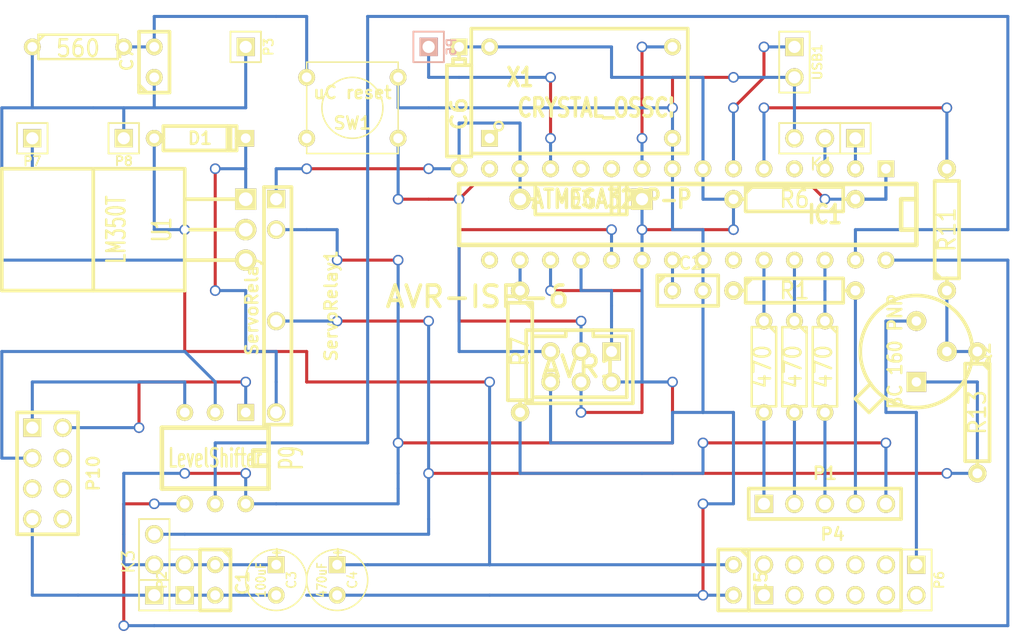
<source format=kicad_pcb>
(kicad_pcb (version 3) (host pcbnew "(2013-07-07 BZR 4022)-stable")

  (general
    (links 88)
    (no_connects 16)
    (area 99.4664 73.0504 185.520001 153.153533)
    (thickness 1.6)
    (drawings 12)
    (tracks 295)
    (zones 0)
    (modules 38)
    (nets 36)
  )

  (page A3)
  (layers
    (15 F.Cu signal)
    (0 B.Cu signal)
    (16 B.Adhes user)
    (17 F.Adhes user)
    (18 B.Paste user)
    (19 F.Paste user)
    (20 B.SilkS user)
    (21 F.SilkS user)
    (22 B.Mask user)
    (23 F.Mask user)
    (24 Dwgs.User user)
    (25 Cmts.User user)
    (26 Eco1.User user)
    (27 Eco2.User user)
    (28 Edge.Cuts user)
  )

  (setup
    (last_trace_width 0.254)
    (trace_clearance 0.254)
    (zone_clearance 0.508)
    (zone_45_only no)
    (trace_min 0.254)
    (segment_width 0.2)
    (edge_width 0.1)
    (via_size 0.889)
    (via_drill 0.635)
    (via_min_size 0.889)
    (via_min_drill 0.508)
    (uvia_size 0.508)
    (uvia_drill 0.127)
    (uvias_allowed no)
    (uvia_min_size 0.508)
    (uvia_min_drill 0.127)
    (pcb_text_width 0.3)
    (pcb_text_size 1.5 1.5)
    (mod_edge_width 0.15)
    (mod_text_size 1 1)
    (mod_text_width 0.15)
    (pad_size 1.5 1.5)
    (pad_drill 0.6)
    (pad_to_mask_clearance 0)
    (aux_axis_origin 0 0)
    (visible_elements 7FFFFFFF)
    (pcbplotparams
      (layerselection 3178497)
      (usegerberextensions true)
      (excludeedgelayer true)
      (linewidth 0.150000)
      (plotframeref false)
      (viasonmask false)
      (mode 1)
      (useauxorigin false)
      (hpglpennumber 1)
      (hpglpenspeed 20)
      (hpglpendiameter 15)
      (hpglpenoverlay 2)
      (psnegative false)
      (psa4output false)
      (plotreference true)
      (plotvalue true)
      (plotothertext true)
      (plotinvisibletext false)
      (padsonsilk false)
      (subtractmaskfromsilk false)
      (outputformat 1)
      (mirror false)
      (drillshape 1)
      (scaleselection 1)
      (outputdirectory ""))
  )

  (net 0 "")
  (net 1 +5V)
  (net 2 /#199)
  (net 3 /#200)
  (net 4 /+8V)
  (net 5 /1.8V)
  (net 6 /GND)
  (net 7 /MISO)
  (net 8 /MOSI)
  (net 9 /RST)
  (net 10 /RX)
  (net 11 /Relay-)
  (net 12 /SCK)
  (net 13 /SCL)
  (net 14 /SDA)
  (net 15 /Servo1)
  (net 16 /Servo2)
  (net 17 /Servo3)
  (net 18 /Servo4)
  (net 19 /Servo5)
  (net 20 /Startup)
  (net 21 /TX)
  (net 22 N-0000012)
  (net 23 N-0000013)
  (net 24 N-0000014)
  (net 25 N-0000015)
  (net 26 N-0000020)
  (net 27 N-0000021)
  (net 28 N-0000026)
  (net 29 N-0000027)
  (net 30 N-0000028)
  (net 31 N-0000029)
  (net 32 N-0000032)
  (net 33 N-000005)
  (net 34 N-000007)
  (net 35 N-000008)

  (net_class Default "Dies ist die voreingestellte Netzklasse."
    (clearance 0.254)
    (trace_width 0.254)
    (via_dia 0.889)
    (via_drill 0.635)
    (uvia_dia 0.508)
    (uvia_drill 0.127)
    (add_net "")
    (add_net +5V)
    (add_net /#199)
    (add_net /#200)
    (add_net /+8V)
    (add_net /1.8V)
    (add_net /GND)
    (add_net /MISO)
    (add_net /MOSI)
    (add_net /RST)
    (add_net /RX)
    (add_net /Relay-)
    (add_net /SCK)
    (add_net /SCL)
    (add_net /SDA)
    (add_net /Servo1)
    (add_net /Servo2)
    (add_net /Servo3)
    (add_net /Servo4)
    (add_net /Servo5)
    (add_net /Startup)
    (add_net /TX)
    (add_net N-0000012)
    (add_net N-0000013)
    (add_net N-0000014)
    (add_net N-0000015)
    (add_net N-0000020)
    (add_net N-0000021)
    (add_net N-0000026)
    (add_net N-0000027)
    (add_net N-0000028)
    (add_net N-0000029)
    (add_net N-0000032)
    (add_net N-000005)
    (add_net N-000007)
    (add_net N-000008)
  )

  (module SW_PUSH_SMALL (layer F.Cu) (tedit 55A02CD2) (tstamp 559989A3)
    (at 129.54 106.68 180)
    (path /54F34B97)
    (fp_text reference SW1 (at 0 -1.27 180) (layer F.SilkS)
      (effects (font (size 1.016 1.016) (thickness 0.2032)))
    )
    (fp_text value "uC reset" (at 0 1.27 180) (layer F.SilkS)
      (effects (font (size 1.016 1.016) (thickness 0.2032)))
    )
    (fp_circle (center 0 0) (end 0 -2.54) (layer F.SilkS) (width 0.127))
    (fp_line (start -3.81 -3.81) (end 3.81 -3.81) (layer F.SilkS) (width 0.127))
    (fp_line (start 3.81 -3.81) (end 3.81 3.81) (layer F.SilkS) (width 0.127))
    (fp_line (start 3.81 3.81) (end -3.81 3.81) (layer F.SilkS) (width 0.127))
    (fp_line (start -3.81 -3.81) (end -3.81 3.81) (layer F.SilkS) (width 0.127))
    (pad 1 thru_hole circle (at 3.81 -2.54 180) (size 1.397 1.397) (drill 0.8128)
      (layers *.Cu *.Mask F.SilkS)
      (net 9 /RST)
    )
    (pad 2 thru_hole circle (at 3.81 2.54 180) (size 1.397 1.397) (drill 0.8128)
      (layers *.Cu *.Mask F.SilkS)
      (net 6 /GND)
    )
    (pad 1 thru_hole circle (at -3.81 -2.54 180) (size 1.397 1.397) (drill 0.8128)
      (layers *.Cu *.Mask F.SilkS)
      (net 9 /RST)
    )
    (pad 2 thru_hole circle (at -3.81 2.54 180) (size 1.397 1.397) (drill 0.8128)
      (layers *.Cu *.Mask F.SilkS)
      (net 6 /GND)
    )
  )

  (module R4 (layer F.Cu) (tedit 200000) (tstamp 55A0261D)
    (at 181.61 132.08 270)
    (descr "Resitance 4 pas")
    (tags R)
    (path /54FCCDDC)
    (autoplace_cost180 10)
    (fp_text reference R13 (at 0 0 270) (layer F.SilkS)
      (effects (font (size 1.397 1.27) (thickness 0.2032)))
    )
    (fp_text value 220 (at 0 0 270) (layer F.SilkS) hide
      (effects (font (size 1.397 1.27) (thickness 0.2032)))
    )
    (fp_line (start -5.08 0) (end -4.064 0) (layer F.SilkS) (width 0.3048))
    (fp_line (start -4.064 0) (end -4.064 -1.016) (layer F.SilkS) (width 0.3048))
    (fp_line (start -4.064 -1.016) (end 4.064 -1.016) (layer F.SilkS) (width 0.3048))
    (fp_line (start 4.064 -1.016) (end 4.064 1.016) (layer F.SilkS) (width 0.3048))
    (fp_line (start 4.064 1.016) (end -4.064 1.016) (layer F.SilkS) (width 0.3048))
    (fp_line (start -4.064 1.016) (end -4.064 0) (layer F.SilkS) (width 0.3048))
    (fp_line (start -4.064 -0.508) (end -3.556 -1.016) (layer F.SilkS) (width 0.3048))
    (fp_line (start 5.08 0) (end 4.064 0) (layer F.SilkS) (width 0.3048))
    (pad 1 thru_hole circle (at -5.08 0 270) (size 1.524 1.524) (drill 0.8128)
      (layers *.Cu *.Mask F.SilkS)
      (net 30 N-0000028)
    )
    (pad 2 thru_hole circle (at 5.08 0 270) (size 1.524 1.524) (drill 0.8128)
      (layers *.Cu *.Mask F.SilkS)
      (net 4 /+8V)
    )
    (model discret/resistor.wrl
      (at (xyz 0 0 0))
      (scale (xyz 0.4 0.4 0.4))
      (rotate (xyz 0 0 0))
    )
  )

  (module R4 (layer F.Cu) (tedit 200000) (tstamp 559989E9)
    (at 143.51 127 270)
    (descr "Resitance 4 pas")
    (tags R)
    (path /54FC5268)
    (autoplace_cost180 10)
    (fp_text reference R7 (at 0 0 270) (layer F.SilkS)
      (effects (font (size 1.397 1.27) (thickness 0.2032)))
    )
    (fp_text value 470 (at 0 0 270) (layer F.SilkS) hide
      (effects (font (size 1.397 1.27) (thickness 0.2032)))
    )
    (fp_line (start -5.08 0) (end -4.064 0) (layer F.SilkS) (width 0.3048))
    (fp_line (start -4.064 0) (end -4.064 -1.016) (layer F.SilkS) (width 0.3048))
    (fp_line (start -4.064 -1.016) (end 4.064 -1.016) (layer F.SilkS) (width 0.3048))
    (fp_line (start 4.064 -1.016) (end 4.064 1.016) (layer F.SilkS) (width 0.3048))
    (fp_line (start 4.064 1.016) (end -4.064 1.016) (layer F.SilkS) (width 0.3048))
    (fp_line (start -4.064 1.016) (end -4.064 0) (layer F.SilkS) (width 0.3048))
    (fp_line (start -4.064 -0.508) (end -3.556 -1.016) (layer F.SilkS) (width 0.3048))
    (fp_line (start 5.08 0) (end 4.064 0) (layer F.SilkS) (width 0.3048))
    (pad 1 thru_hole circle (at -5.08 0 270) (size 1.524 1.524) (drill 0.8128)
      (layers *.Cu *.Mask F.SilkS)
      (net 27 N-0000021)
    )
    (pad 2 thru_hole circle (at 5.08 0 270) (size 1.524 1.524) (drill 0.8128)
      (layers *.Cu *.Mask F.SilkS)
      (net 15 /Servo1)
    )
    (model discret/resistor.wrl
      (at (xyz 0 0 0))
      (scale (xyz 0.4 0.4 0.4))
      (rotate (xyz 0 0 0))
    )
  )

  (module R4 (layer F.Cu) (tedit 200000) (tstamp 55998A2F)
    (at 166.37 121.92)
    (descr "Resitance 4 pas")
    (tags R)
    (path /54FB8466)
    (autoplace_cost180 10)
    (fp_text reference R1 (at 0 0) (layer F.SilkS)
      (effects (font (size 1.397 1.27) (thickness 0.2032)))
    )
    (fp_text value 470 (at 0 0) (layer F.SilkS) hide
      (effects (font (size 1.397 1.27) (thickness 0.2032)))
    )
    (fp_line (start -5.08 0) (end -4.064 0) (layer F.SilkS) (width 0.3048))
    (fp_line (start -4.064 0) (end -4.064 -1.016) (layer F.SilkS) (width 0.3048))
    (fp_line (start -4.064 -1.016) (end 4.064 -1.016) (layer F.SilkS) (width 0.3048))
    (fp_line (start 4.064 -1.016) (end 4.064 1.016) (layer F.SilkS) (width 0.3048))
    (fp_line (start 4.064 1.016) (end -4.064 1.016) (layer F.SilkS) (width 0.3048))
    (fp_line (start -4.064 1.016) (end -4.064 0) (layer F.SilkS) (width 0.3048))
    (fp_line (start -4.064 -0.508) (end -3.556 -1.016) (layer F.SilkS) (width 0.3048))
    (fp_line (start 5.08 0) (end 4.064 0) (layer F.SilkS) (width 0.3048))
    (pad 1 thru_hole circle (at -5.08 0) (size 1.524 1.524) (drill 0.8128)
      (layers *.Cu *.Mask F.SilkS)
      (net 25 N-0000015)
    )
    (pad 2 thru_hole circle (at 5.08 0) (size 1.524 1.524) (drill 0.8128)
      (layers *.Cu *.Mask F.SilkS)
      (net 16 /Servo2)
    )
    (model discret/resistor.wrl
      (at (xyz 0 0 0))
      (scale (xyz 0.4 0.4 0.4))
      (rotate (xyz 0 0 0))
    )
  )

  (module R4 (layer F.Cu) (tedit 200000) (tstamp 55998A4B)
    (at 179.07 116.84 90)
    (descr "Resitance 4 pas")
    (tags R)
    (path /559905EC)
    (autoplace_cost180 10)
    (fp_text reference R11 (at 0 0 90) (layer F.SilkS)
      (effects (font (size 1.397 1.27) (thickness 0.2032)))
    )
    (fp_text value 860 (at 0 0 90) (layer F.SilkS) hide
      (effects (font (size 1.397 1.27) (thickness 0.2032)))
    )
    (fp_line (start -5.08 0) (end -4.064 0) (layer F.SilkS) (width 0.3048))
    (fp_line (start -4.064 0) (end -4.064 -1.016) (layer F.SilkS) (width 0.3048))
    (fp_line (start -4.064 -1.016) (end 4.064 -1.016) (layer F.SilkS) (width 0.3048))
    (fp_line (start 4.064 -1.016) (end 4.064 1.016) (layer F.SilkS) (width 0.3048))
    (fp_line (start 4.064 1.016) (end -4.064 1.016) (layer F.SilkS) (width 0.3048))
    (fp_line (start -4.064 1.016) (end -4.064 0) (layer F.SilkS) (width 0.3048))
    (fp_line (start -4.064 -0.508) (end -3.556 -1.016) (layer F.SilkS) (width 0.3048))
    (fp_line (start 5.08 0) (end 4.064 0) (layer F.SilkS) (width 0.3048))
    (pad 1 thru_hole circle (at -5.08 0 90) (size 1.524 1.524) (drill 0.8128)
      (layers *.Cu *.Mask F.SilkS)
      (net 30 N-0000028)
    )
    (pad 2 thru_hole circle (at 5.08 0 90) (size 1.524 1.524) (drill 0.8128)
      (layers *.Cu *.Mask F.SilkS)
      (net 29 N-0000027)
    )
    (model discret/resistor.wrl
      (at (xyz 0 0 0))
      (scale (xyz 0.4 0.4 0.4))
      (rotate (xyz 0 0 0))
    )
  )

  (module R4 (layer F.Cu) (tedit 200000) (tstamp 55AA2321)
    (at 166.37 114.3)
    (descr "Resitance 4 pas")
    (tags R)
    (path /54F34CA1)
    (autoplace_cost180 10)
    (fp_text reference R6 (at 0 0) (layer F.SilkS)
      (effects (font (size 1.397 1.27) (thickness 0.2032)))
    )
    (fp_text value 10K (at 0 0) (layer F.SilkS) hide
      (effects (font (size 1.397 1.27) (thickness 0.2032)))
    )
    (fp_line (start -5.08 0) (end -4.064 0) (layer F.SilkS) (width 0.3048))
    (fp_line (start -4.064 0) (end -4.064 -1.016) (layer F.SilkS) (width 0.3048))
    (fp_line (start -4.064 -1.016) (end 4.064 -1.016) (layer F.SilkS) (width 0.3048))
    (fp_line (start 4.064 -1.016) (end 4.064 1.016) (layer F.SilkS) (width 0.3048))
    (fp_line (start 4.064 1.016) (end -4.064 1.016) (layer F.SilkS) (width 0.3048))
    (fp_line (start -4.064 1.016) (end -4.064 0) (layer F.SilkS) (width 0.3048))
    (fp_line (start -4.064 -0.508) (end -3.556 -1.016) (layer F.SilkS) (width 0.3048))
    (fp_line (start 5.08 0) (end 4.064 0) (layer F.SilkS) (width 0.3048))
    (pad 1 thru_hole circle (at -5.08 0) (size 1.524 1.524) (drill 0.8128)
      (layers *.Cu *.Mask F.SilkS)
      (net 1 +5V)
    )
    (pad 2 thru_hole circle (at 5.08 0) (size 1.524 1.524) (drill 0.8128)
      (layers *.Cu *.Mask F.SilkS)
      (net 9 /RST)
    )
    (model discret/resistor.wrl
      (at (xyz 0 0 0))
      (scale (xyz 0.4 0.4 0.4))
      (rotate (xyz 0 0 0))
    )
  )

  (module PIN_ARRAY_5x2 (layer F.Cu) (tedit 3FCF2109) (tstamp 55998A6B)
    (at 168.91 146.05)
    (descr "Double rangee de contacts 2 x 5 pins")
    (tags CONN)
    (path /559986DF)
    (fp_text reference P4 (at 0.635 -3.81) (layer F.SilkS)
      (effects (font (size 1.016 1.016) (thickness 0.2032)))
    )
    (fp_text value "Servo Block" (at 0 -3.81) (layer F.SilkS) hide
      (effects (font (size 1.016 1.016) (thickness 0.2032)))
    )
    (fp_line (start -6.35 -2.54) (end 6.35 -2.54) (layer F.SilkS) (width 0.3048))
    (fp_line (start 6.35 -2.54) (end 6.35 2.54) (layer F.SilkS) (width 0.3048))
    (fp_line (start 6.35 2.54) (end -6.35 2.54) (layer F.SilkS) (width 0.3048))
    (fp_line (start -6.35 2.54) (end -6.35 -2.54) (layer F.SilkS) (width 0.3048))
    (pad 1 thru_hole rect (at -5.08 1.27) (size 1.524 1.524) (drill 1.016)
      (layers *.Cu *.Mask F.SilkS)
      (net 6 /GND)
    )
    (pad 2 thru_hole circle (at -5.08 -1.27) (size 1.524 1.524) (drill 1.016)
      (layers *.Cu *.Mask F.SilkS)
      (net 33 N-000005)
    )
    (pad 3 thru_hole circle (at -2.54 1.27) (size 1.524 1.524) (drill 1.016)
      (layers *.Cu *.Mask F.SilkS)
      (net 6 /GND)
    )
    (pad 4 thru_hole circle (at -2.54 -1.27) (size 1.524 1.524) (drill 1.016)
      (layers *.Cu *.Mask F.SilkS)
      (net 33 N-000005)
    )
    (pad 5 thru_hole circle (at 0 1.27) (size 1.524 1.524) (drill 1.016)
      (layers *.Cu *.Mask F.SilkS)
      (net 6 /GND)
    )
    (pad 6 thru_hole circle (at 0 -1.27) (size 1.524 1.524) (drill 1.016)
      (layers *.Cu *.Mask F.SilkS)
      (net 33 N-000005)
    )
    (pad 7 thru_hole circle (at 2.54 1.27) (size 1.524 1.524) (drill 1.016)
      (layers *.Cu *.Mask F.SilkS)
      (net 6 /GND)
    )
    (pad 8 thru_hole circle (at 2.54 -1.27) (size 1.524 1.524) (drill 1.016)
      (layers *.Cu *.Mask F.SilkS)
      (net 33 N-000005)
    )
    (pad 9 thru_hole circle (at 5.08 1.27) (size 1.524 1.524) (drill 1.016)
      (layers *.Cu *.Mask F.SilkS)
      (net 6 /GND)
    )
    (pad 10 thru_hole circle (at 5.08 -1.27) (size 1.524 1.524) (drill 1.016)
      (layers *.Cu *.Mask F.SilkS)
      (net 33 N-000005)
    )
    (model pin_array/pins_array_5x2.wrl
      (at (xyz 0 0 0))
      (scale (xyz 1 1 1))
      (rotate (xyz 0 0 0))
    )
  )

  (module PIN_ARRAY_5x1 (layer F.Cu) (tedit 45976D86) (tstamp 55998A78)
    (at 168.91 139.7)
    (descr "Double rangee de contacts 2 x 5 pins")
    (tags CONN)
    (path /5599885D)
    (fp_text reference P1 (at 0 -2.54) (layer F.SilkS)
      (effects (font (size 1.016 1.016) (thickness 0.2032)))
    )
    (fp_text value "Servo PWM" (at 0 2.54) (layer F.SilkS) hide
      (effects (font (size 1.016 1.016) (thickness 0.2032)))
    )
    (fp_line (start -6.35 -1.27) (end -6.35 1.27) (layer F.SilkS) (width 0.3048))
    (fp_line (start 6.35 1.27) (end 6.35 -1.27) (layer F.SilkS) (width 0.3048))
    (fp_line (start -6.35 -1.27) (end 6.35 -1.27) (layer F.SilkS) (width 0.3048))
    (fp_line (start 6.35 1.27) (end -6.35 1.27) (layer F.SilkS) (width 0.3048))
    (pad 1 thru_hole rect (at -5.08 0) (size 1.524 1.524) (drill 1.016)
      (layers *.Cu *.Mask F.SilkS)
      (net 17 /Servo3)
    )
    (pad 2 thru_hole circle (at -2.54 0) (size 1.524 1.524) (drill 1.016)
      (layers *.Cu *.Mask F.SilkS)
      (net 18 /Servo4)
    )
    (pad 3 thru_hole circle (at 0 0) (size 1.524 1.524) (drill 1.016)
      (layers *.Cu *.Mask F.SilkS)
      (net 19 /Servo5)
    )
    (pad 4 thru_hole circle (at 2.54 0) (size 1.524 1.524) (drill 1.016)
      (layers *.Cu *.Mask F.SilkS)
      (net 16 /Servo2)
    )
    (pad 5 thru_hole circle (at 5.08 0) (size 1.524 1.524) (drill 1.016)
      (layers *.Cu *.Mask F.SilkS)
      (net 15 /Servo1)
    )
    (model pin_array/pins_array_5x1.wrl
      (at (xyz 0 0 0))
      (scale (xyz 1 1 1))
      (rotate (xyz 0 0 0))
    )
  )

  (module pin_array_4x2 (layer F.Cu) (tedit 3FAB90E6) (tstamp 55998A88)
    (at 104.14 137.16 270)
    (descr "Double rangee de contacts 2 x 4 pins")
    (tags CONN)
    (path /559964EE)
    (fp_text reference P10 (at 0 -3.81 270) (layer F.SilkS)
      (effects (font (size 1.016 1.016) (thickness 0.2032)))
    )
    (fp_text value CONN_4X2 (at 0 3.81 270) (layer F.SilkS) hide
      (effects (font (size 1.016 1.016) (thickness 0.2032)))
    )
    (fp_line (start -5.08 -2.54) (end 5.08 -2.54) (layer F.SilkS) (width 0.3048))
    (fp_line (start 5.08 -2.54) (end 5.08 2.54) (layer F.SilkS) (width 0.3048))
    (fp_line (start 5.08 2.54) (end -5.08 2.54) (layer F.SilkS) (width 0.3048))
    (fp_line (start -5.08 2.54) (end -5.08 -2.54) (layer F.SilkS) (width 0.3048))
    (pad 1 thru_hole rect (at -3.81 1.27 270) (size 1.524 1.524) (drill 1.016)
      (layers *.Cu *.Mask F.SilkS)
      (net 2 /#199)
    )
    (pad 2 thru_hole circle (at -3.81 -1.27 270) (size 1.524 1.524) (drill 1.016)
      (layers *.Cu *.Mask F.SilkS)
      (net 5 /1.8V)
    )
    (pad 3 thru_hole circle (at -1.27 1.27 270) (size 1.524 1.524) (drill 1.016)
      (layers *.Cu *.Mask F.SilkS)
      (net 3 /#200)
    )
    (pad 4 thru_hole circle (at -1.27 -1.27 270) (size 1.524 1.524) (drill 1.016)
      (layers *.Cu *.Mask F.SilkS)
    )
    (pad 5 thru_hole circle (at 1.27 1.27 270) (size 1.524 1.524) (drill 1.016)
      (layers *.Cu *.Mask F.SilkS)
    )
    (pad 6 thru_hole circle (at 1.27 -1.27 270) (size 1.524 1.524) (drill 1.016)
      (layers *.Cu *.Mask F.SilkS)
    )
    (pad 7 thru_hole circle (at 3.81 1.27 270) (size 1.524 1.524) (drill 1.016)
      (layers *.Cu *.Mask F.SilkS)
      (net 6 /GND)
    )
    (pad 8 thru_hole circle (at 3.81 -1.27 270) (size 1.524 1.524) (drill 1.016)
      (layers *.Cu *.Mask F.SilkS)
    )
    (model pin_array/pins_array_4x2.wrl
      (at (xyz 0 0 0))
      (scale (xyz 1 1 1))
      (rotate (xyz 0 0 0))
    )
  )

  (module PIN_ARRAY_3X1 (layer F.Cu) (tedit 4C1130E0) (tstamp 55998AA2)
    (at 113.03 144.78 90)
    (descr "Connecteur 3 pins")
    (tags "CONN DEV")
    (path /5599534B)
    (fp_text reference K3 (at 0.254 -2.159 90) (layer F.SilkS)
      (effects (font (size 1.016 1.016) (thickness 0.1524)))
    )
    (fp_text value "Power IN" (at 0 -2.159 90) (layer F.SilkS) hide
      (effects (font (size 1.016 1.016) (thickness 0.1524)))
    )
    (fp_line (start -3.81 1.27) (end -3.81 -1.27) (layer F.SilkS) (width 0.1524))
    (fp_line (start -3.81 -1.27) (end 3.81 -1.27) (layer F.SilkS) (width 0.1524))
    (fp_line (start 3.81 -1.27) (end 3.81 1.27) (layer F.SilkS) (width 0.1524))
    (fp_line (start 3.81 1.27) (end -3.81 1.27) (layer F.SilkS) (width 0.1524))
    (fp_line (start -1.27 -1.27) (end -1.27 1.27) (layer F.SilkS) (width 0.1524))
    (pad 1 thru_hole rect (at -2.54 0 90) (size 1.524 1.524) (drill 1.016)
      (layers *.Cu *.Mask F.SilkS)
      (net 6 /GND)
    )
    (pad 2 thru_hole circle (at 0 0 90) (size 1.524 1.524) (drill 1.016)
      (layers *.Cu *.Mask F.SilkS)
      (net 1 +5V)
    )
    (pad 3 thru_hole circle (at 2.54 0 90) (size 1.524 1.524) (drill 1.016)
      (layers *.Cu *.Mask F.SilkS)
      (net 4 /+8V)
    )
    (model pin_array/pins_array_3x1.wrl
      (at (xyz 0 0 0))
      (scale (xyz 1 1 1))
      (rotate (xyz 0 0 0))
    )
  )

  (module PIN_ARRAY_3X1 (layer F.Cu) (tedit 4C1130E0) (tstamp 55998AAE)
    (at 168.91 109.22 180)
    (descr "Connecteur 3 pins")
    (tags "CONN DEV")
    (path /54FB7EAB)
    (fp_text reference K1 (at 0.254 -2.159 180) (layer F.SilkS)
      (effects (font (size 1.016 1.016) (thickness 0.1524)))
    )
    (fp_text value "Serial Interface Connector" (at 0 -2.159 180) (layer F.SilkS) hide
      (effects (font (size 1.016 1.016) (thickness 0.1524)))
    )
    (fp_line (start -3.81 1.27) (end -3.81 -1.27) (layer F.SilkS) (width 0.1524))
    (fp_line (start -3.81 -1.27) (end 3.81 -1.27) (layer F.SilkS) (width 0.1524))
    (fp_line (start 3.81 -1.27) (end 3.81 1.27) (layer F.SilkS) (width 0.1524))
    (fp_line (start 3.81 1.27) (end -3.81 1.27) (layer F.SilkS) (width 0.1524))
    (fp_line (start -1.27 -1.27) (end -1.27 1.27) (layer F.SilkS) (width 0.1524))
    (pad 1 thru_hole rect (at -2.54 0 180) (size 1.524 1.524) (drill 1.016)
      (layers *.Cu *.Mask F.SilkS)
      (net 10 /RX)
    )
    (pad 2 thru_hole circle (at 0 0 180) (size 1.524 1.524) (drill 1.016)
      (layers *.Cu *.Mask F.SilkS)
      (net 21 /TX)
    )
    (pad 3 thru_hole circle (at 2.54 0 180) (size 1.524 1.524) (drill 1.016)
      (layers *.Cu *.Mask F.SilkS)
      (net 6 /GND)
    )
    (model pin_array/pins_array_3x1.wrl
      (at (xyz 0 0 0))
      (scale (xyz 1 1 1))
      (rotate (xyz 0 0 0))
    )
  )

  (module PIN_ARRAY_2X1 (layer F.Cu) (tedit 4565C520) (tstamp 55998AB8)
    (at 115.57 146.05 90)
    (descr "Connecteurs 2 pins")
    (tags "CONN DEV")
    (path /55991A14)
    (fp_text reference P2 (at 0 -1.905 90) (layer F.SilkS)
      (effects (font (size 0.762 0.762) (thickness 0.1524)))
    )
    (fp_text value "Power Out ODROID" (at 0 -1.905 90) (layer F.SilkS) hide
      (effects (font (size 0.762 0.762) (thickness 0.1524)))
    )
    (fp_line (start -2.54 1.27) (end -2.54 -1.27) (layer F.SilkS) (width 0.1524))
    (fp_line (start -2.54 -1.27) (end 2.54 -1.27) (layer F.SilkS) (width 0.1524))
    (fp_line (start 2.54 -1.27) (end 2.54 1.27) (layer F.SilkS) (width 0.1524))
    (fp_line (start 2.54 1.27) (end -2.54 1.27) (layer F.SilkS) (width 0.1524))
    (pad 1 thru_hole rect (at -1.27 0 90) (size 1.524 1.524) (drill 1.016)
      (layers *.Cu *.Mask F.SilkS)
      (net 6 /GND)
    )
    (pad 2 thru_hole circle (at 1.27 0 90) (size 1.524 1.524) (drill 1.016)
      (layers *.Cu *.Mask F.SilkS)
      (net 1 +5V)
    )
    (model pin_array/pins_array_2x1.wrl
      (at (xyz 0 0 0))
      (scale (xyz 1 1 1))
      (rotate (xyz 0 0 0))
    )
  )

  (module PIN_ARRAY_2X1 (layer F.Cu) (tedit 4565C520) (tstamp 55998AC2)
    (at 176.53 146.05 270)
    (descr "Connecteurs 2 pins")
    (tags "CONN DEV")
    (path /54FED03C)
    (fp_text reference P6 (at 0 -1.905 270) (layer F.SilkS)
      (effects (font (size 0.762 0.762) (thickness 0.1524)))
    )
    (fp_text value LED_CONN (at 0 -1.905 270) (layer F.SilkS) hide
      (effects (font (size 0.762 0.762) (thickness 0.1524)))
    )
    (fp_line (start -2.54 1.27) (end -2.54 -1.27) (layer F.SilkS) (width 0.1524))
    (fp_line (start -2.54 -1.27) (end 2.54 -1.27) (layer F.SilkS) (width 0.1524))
    (fp_line (start 2.54 -1.27) (end 2.54 1.27) (layer F.SilkS) (width 0.1524))
    (fp_line (start 2.54 1.27) (end -2.54 1.27) (layer F.SilkS) (width 0.1524))
    (pad 1 thru_hole rect (at -1.27 0 270) (size 1.524 1.524) (drill 1.016)
      (layers *.Cu *.Mask F.SilkS)
      (net 31 N-0000029)
    )
    (pad 2 thru_hole circle (at 1.27 0 270) (size 1.524 1.524) (drill 1.016)
      (layers *.Cu *.Mask F.SilkS)
      (net 6 /GND)
    )
    (model pin_array/pins_array_2x1.wrl
      (at (xyz 0 0 0))
      (scale (xyz 1 1 1))
      (rotate (xyz 0 0 0))
    )
  )

  (module PIN_ARRAY_1 (layer F.Cu) (tedit 4E4E744E) (tstamp 5599B4EE)
    (at 120.65 101.6 270)
    (descr "1 pin")
    (tags "CONN DEV")
    (path /5598FF5E)
    (fp_text reference P3 (at 0 -1.905 270) (layer F.SilkS)
      (effects (font (size 0.762 0.762) (thickness 0.1524)))
    )
    (fp_text value CONN_1 (at 0 -1.905 270) (layer F.SilkS) hide
      (effects (font (size 0.762 0.762) (thickness 0.1524)))
    )
    (fp_line (start 1.27 1.27) (end -1.27 1.27) (layer F.SilkS) (width 0.1524))
    (fp_line (start -1.27 -1.27) (end 1.27 -1.27) (layer F.SilkS) (width 0.1524))
    (fp_line (start -1.27 1.27) (end -1.27 -1.27) (layer F.SilkS) (width 0.1524))
    (fp_line (start 1.27 -1.27) (end 1.27 1.27) (layer F.SilkS) (width 0.1524))
    (pad 1 thru_hole rect (at 0 0 270) (size 1.524 1.524) (drill 1.016)
      (layers *.Cu *.Mask F.SilkS)
      (net 28 N-0000026)
    )
    (model pin_array\pin_1.wrl
      (at (xyz 0 0 0))
      (scale (xyz 1 1 1))
      (rotate (xyz 0 0 0))
    )
  )

  (module PIN_ARRAY_1 (layer F.Cu) (tedit 4E4E744E) (tstamp 55998AD4)
    (at 110.49 109.22 180)
    (descr "1 pin")
    (tags "CONN DEV")
    (path /5598FF9A)
    (fp_text reference P8 (at 0 -1.905 180) (layer F.SilkS)
      (effects (font (size 0.762 0.762) (thickness 0.1524)))
    )
    (fp_text value CONN_1 (at 0 -1.905 180) (layer F.SilkS) hide
      (effects (font (size 0.762 0.762) (thickness 0.1524)))
    )
    (fp_line (start 1.27 1.27) (end -1.27 1.27) (layer F.SilkS) (width 0.1524))
    (fp_line (start -1.27 -1.27) (end 1.27 -1.27) (layer F.SilkS) (width 0.1524))
    (fp_line (start -1.27 1.27) (end -1.27 -1.27) (layer F.SilkS) (width 0.1524))
    (fp_line (start 1.27 -1.27) (end 1.27 1.27) (layer F.SilkS) (width 0.1524))
    (pad 1 thru_hole rect (at 0 0 180) (size 1.524 1.524) (drill 1.016)
      (layers *.Cu *.Mask F.SilkS)
      (net 28 N-0000026)
    )
    (model pin_array\pin_1.wrl
      (at (xyz 0 0 0))
      (scale (xyz 1 1 1))
      (rotate (xyz 0 0 0))
    )
  )

  (module PIN_ARRAY_1 (layer F.Cu) (tedit 4E4E744E) (tstamp 5599B379)
    (at 102.87 109.22 180)
    (descr "1 pin")
    (tags "CONN DEV")
    (path /5598FF8B)
    (fp_text reference P7 (at 0 -1.905 180) (layer F.SilkS)
      (effects (font (size 0.762 0.762) (thickness 0.1524)))
    )
    (fp_text value CONN_1 (at 0 -1.905 180) (layer F.SilkS) hide
      (effects (font (size 0.762 0.762) (thickness 0.1524)))
    )
    (fp_line (start 1.27 1.27) (end -1.27 1.27) (layer F.SilkS) (width 0.1524))
    (fp_line (start -1.27 -1.27) (end 1.27 -1.27) (layer F.SilkS) (width 0.1524))
    (fp_line (start -1.27 1.27) (end -1.27 -1.27) (layer F.SilkS) (width 0.1524))
    (fp_line (start 1.27 -1.27) (end 1.27 1.27) (layer F.SilkS) (width 0.1524))
    (pad 1 thru_hole rect (at 0 0 180) (size 1.524 1.524) (drill 1.016)
      (layers *.Cu *.Mask F.SilkS)
      (net 33 N-000005)
    )
    (model pin_array\pin_1.wrl
      (at (xyz 0 0 0))
      (scale (xyz 1 1 1))
      (rotate (xyz 0 0 0))
    )
  )

  (module PIN_ARRAY_1 (layer B.Cu) (tedit 4E4E744E) (tstamp 55998AE6)
    (at 135.89 101.6 90)
    (descr "1 pin")
    (tags "CONN DEV")
    (path /5598FF6D)
    (fp_text reference P5 (at 0 1.905 90) (layer B.SilkS)
      (effects (font (size 0.762 0.762) (thickness 0.1524)) (justify mirror))
    )
    (fp_text value CONN_1 (at 0 1.905 90) (layer B.SilkS) hide
      (effects (font (size 0.762 0.762) (thickness 0.1524)) (justify mirror))
    )
    (fp_line (start 1.27 -1.27) (end -1.27 -1.27) (layer B.SilkS) (width 0.1524))
    (fp_line (start -1.27 1.27) (end 1.27 1.27) (layer B.SilkS) (width 0.1524))
    (fp_line (start -1.27 -1.27) (end -1.27 1.27) (layer B.SilkS) (width 0.1524))
    (fp_line (start 1.27 1.27) (end 1.27 -1.27) (layer B.SilkS) (width 0.1524))
    (pad 1 thru_hole rect (at 0 0 90) (size 1.524 1.524) (drill 1.016)
      (layers *.Cu *.Mask B.SilkS)
      (net 20 /Startup)
    )
    (model pin_array\pin_1.wrl
      (at (xyz 0 0 0))
      (scale (xyz 1 1 1))
      (rotate (xyz 0 0 0))
    )
  )

  (module C1V5 (layer F.Cu) (tedit 3E070CF4) (tstamp 55998B0A)
    (at 128.27 146.05 270)
    (descr "Condensateur e = 1 pas")
    (tags C)
    (path /54FBB338)
    (fp_text reference C4 (at 0 -1.26746 270) (layer F.SilkS)
      (effects (font (size 0.762 0.762) (thickness 0.127)))
    )
    (fp_text value 470uF (at 0 1.27 270) (layer F.SilkS)
      (effects (font (size 0.762 0.635) (thickness 0.127)))
    )
    (fp_text user + (at -2.286 0 270) (layer F.SilkS)
      (effects (font (size 0.762 0.762) (thickness 0.2032)))
    )
    (fp_circle (center 0 0) (end 0.127 -2.54) (layer F.SilkS) (width 0.127))
    (pad 1 thru_hole rect (at -1.27 0 270) (size 1.397 1.397) (drill 0.8128)
      (layers *.Cu *.Mask F.SilkS)
      (net 33 N-000005)
    )
    (pad 2 thru_hole circle (at 1.27 0 270) (size 1.397 1.397) (drill 0.8128)
      (layers *.Cu *.Mask F.SilkS)
      (net 6 /GND)
    )
    (model discret/c_vert_c1v5.wrl
      (at (xyz 0 0 0))
      (scale (xyz 1 1 1))
      (rotate (xyz 0 0 0))
    )
  )

  (module C1 (layer F.Cu) (tedit 3F92C496) (tstamp 55A16DC3)
    (at 118.11 146.05 270)
    (descr "Condensateur e = 1 pas")
    (tags C)
    (path /54FB8EF9)
    (fp_text reference C1 (at 0.254 -2.286 270) (layer F.SilkS)
      (effects (font (size 1.016 1.016) (thickness 0.2032)))
    )
    (fp_text value 100nF (at 0 -2.286 270) (layer F.SilkS) hide
      (effects (font (size 1.016 1.016) (thickness 0.2032)))
    )
    (fp_line (start -2.4892 -1.27) (end 2.54 -1.27) (layer F.SilkS) (width 0.3048))
    (fp_line (start 2.54 -1.27) (end 2.54 1.27) (layer F.SilkS) (width 0.3048))
    (fp_line (start 2.54 1.27) (end -2.54 1.27) (layer F.SilkS) (width 0.3048))
    (fp_line (start -2.54 1.27) (end -2.54 -1.27) (layer F.SilkS) (width 0.3048))
    (fp_line (start -2.54 -0.635) (end -1.905 -1.27) (layer F.SilkS) (width 0.3048))
    (pad 1 thru_hole circle (at -1.27 0 270) (size 1.397 1.397) (drill 0.8128)
      (layers *.Cu *.Mask F.SilkS)
      (net 1 +5V)
    )
    (pad 2 thru_hole circle (at 1.27 0 270) (size 1.397 1.397) (drill 0.8128)
      (layers *.Cu *.Mask F.SilkS)
      (net 6 /GND)
    )
    (model discret/capa_1_pas.wrl
      (at (xyz 0 0 0))
      (scale (xyz 1 1 1))
      (rotate (xyz 0 0 0))
    )
  )

  (module C1 (layer F.Cu) (tedit 3F92C496) (tstamp 55A16D7B)
    (at 161.29 146.05 270)
    (descr "Condensateur e = 1 pas")
    (tags C)
    (path /54FC5D0B)
    (fp_text reference C5 (at 0.254 -2.286 270) (layer F.SilkS)
      (effects (font (size 1.016 1.016) (thickness 0.2032)))
    )
    (fp_text value 100nF (at 0 -2.286 270) (layer F.SilkS) hide
      (effects (font (size 1.016 1.016) (thickness 0.2032)))
    )
    (fp_line (start -2.4892 -1.27) (end 2.54 -1.27) (layer F.SilkS) (width 0.3048))
    (fp_line (start 2.54 -1.27) (end 2.54 1.27) (layer F.SilkS) (width 0.3048))
    (fp_line (start 2.54 1.27) (end -2.54 1.27) (layer F.SilkS) (width 0.3048))
    (fp_line (start -2.54 1.27) (end -2.54 -1.27) (layer F.SilkS) (width 0.3048))
    (fp_line (start -2.54 -0.635) (end -1.905 -1.27) (layer F.SilkS) (width 0.3048))
    (pad 1 thru_hole circle (at -1.27 0 270) (size 1.397 1.397) (drill 0.8128)
      (layers *.Cu *.Mask F.SilkS)
      (net 33 N-000005)
    )
    (pad 2 thru_hole circle (at 1.27 0 270) (size 1.397 1.397) (drill 0.8128)
      (layers *.Cu *.Mask F.SilkS)
      (net 6 /GND)
    )
    (model discret/capa_1_pas.wrl
      (at (xyz 0 0 0))
      (scale (xyz 1 1 1))
      (rotate (xyz 0 0 0))
    )
  )

  (module C1 (layer F.Cu) (tedit 3F92C496) (tstamp 55998B36)
    (at 157.48 121.92)
    (descr "Condensateur e = 1 pas")
    (tags C)
    (path /54F34585)
    (fp_text reference C2 (at 0.254 -2.286) (layer F.SilkS)
      (effects (font (size 1.016 1.016) (thickness 0.2032)))
    )
    (fp_text value 100nF (at 0 -2.286) (layer F.SilkS) hide
      (effects (font (size 1.016 1.016) (thickness 0.2032)))
    )
    (fp_line (start -2.4892 -1.27) (end 2.54 -1.27) (layer F.SilkS) (width 0.3048))
    (fp_line (start 2.54 -1.27) (end 2.54 1.27) (layer F.SilkS) (width 0.3048))
    (fp_line (start 2.54 1.27) (end -2.54 1.27) (layer F.SilkS) (width 0.3048))
    (fp_line (start -2.54 1.27) (end -2.54 -1.27) (layer F.SilkS) (width 0.3048))
    (fp_line (start -2.54 -0.635) (end -1.905 -1.27) (layer F.SilkS) (width 0.3048))
    (pad 1 thru_hole circle (at -1.27 0) (size 1.397 1.397) (drill 0.8128)
      (layers *.Cu *.Mask F.SilkS)
      (net 35 N-000008)
    )
    (pad 2 thru_hole circle (at 1.27 0) (size 1.397 1.397) (drill 0.8128)
      (layers *.Cu *.Mask F.SilkS)
      (net 6 /GND)
    )
    (model discret/capa_1_pas.wrl
      (at (xyz 0 0 0))
      (scale (xyz 1 1 1))
      (rotate (xyz 0 0 0))
    )
  )

  (module TO220_VOLTAGE_REGUL_ADJ (layer F.Cu) (tedit 5503271F) (tstamp 559AA20D)
    (at 120.65 116.84 180)
    (descr "Transistor VMOS Irf530, TO220")
    (tags "TR TO220 DEV")
    (path /559664E8)
    (fp_text reference U1 (at 6.985 0 270) (layer F.SilkS)
      (effects (font (size 1.524 1.016) (thickness 0.2032)))
    )
    (fp_text value LM350T (at 10.795 0 270) (layer F.SilkS)
      (effects (font (size 1.524 1.016) (thickness 0.2032)))
    )
    (fp_line (start 0 -2.54) (end 5.08 -2.54) (layer F.SilkS) (width 0.3048))
    (fp_line (start 0 0) (end 5.08 0) (layer F.SilkS) (width 0.3048))
    (fp_line (start 0 2.54) (end 5.08 2.54) (layer F.SilkS) (width 0.3048))
    (fp_line (start 5.08 -5.08) (end 20.32 -5.08) (layer F.SilkS) (width 0.3048))
    (fp_line (start 20.32 -5.08) (end 20.32 5.08) (layer F.SilkS) (width 0.3048))
    (fp_line (start 20.32 5.08) (end 5.08 5.08) (layer F.SilkS) (width 0.3048))
    (fp_line (start 5.08 5.08) (end 5.08 -5.08) (layer F.SilkS) (width 0.3048))
    (fp_line (start 12.7 5.08) (end 12.7 -5.08) (layer F.SilkS) (width 0.3048))
    (pad 1 thru_hole circle (at 0 -2.54 180) (size 1.778 1.778) (drill 1.143)
      (layers *.Cu *.Mask F.SilkS)
      (net 28 N-0000026)
    )
    (pad 2 thru_hole circle (at 0 0 180) (size 1.778 1.778) (drill 1.143)
      (layers *.Cu *.Mask F.SilkS)
      (net 33 N-000005)
    )
    (pad 3 thru_hole rect (at 0 2.54 180) (size 1.778 1.778) (drill 1.143)
      (layers *.Cu *.Mask F.SilkS)
      (net 32 N-0000032)
    )
    (model discret/to220_horiz.wrl
      (at (xyz 0 0 0))
      (scale (xyz 1 1 1))
      (rotate (xyz 0 0 0))
    )
  )

  (module AVR-ISP-6 (layer F.Cu) (tedit 5599B6A2) (tstamp 55998B69)
    (at 146.05 128.27 180)
    (descr "Connecteur HE10 10 contacts droit")
    (tags "CONN HE10")
    (path /54F39509)
    (fp_text reference AVR1 (at -2.54 0 180) (layer F.SilkS)
      (effects (font (size 1.778 1.778) (thickness 0.3048)))
    )
    (fp_text value AVR-ISP-6 (at 6.096 5.842 180) (layer F.SilkS)
      (effects (font (size 1.778 1.778) (thickness 0.3048)))
    )
    (fp_line (start -3.556 3.048) (end -1.27 3.048) (layer F.SilkS) (width 0.3))
    (fp_line (start 1.27 -2.54) (end -6.35 -2.54) (layer F.SilkS) (width 0.3))
    (fp_line (start -6.35 -2.54) (end -6.35 2.54) (layer F.SilkS) (width 0.3))
    (fp_line (start -6.35 2.54) (end -3.556 2.54) (layer F.SilkS) (width 0.3))
    (fp_line (start -3.556 2.54) (end -3.556 3.048) (layer F.SilkS) (width 0.3))
    (fp_line (start -3.556 3.048) (end -6.858 3.048) (layer F.SilkS) (width 0.3))
    (fp_line (start -6.858 3.048) (end -6.858 -3.048) (layer F.SilkS) (width 0.3))
    (fp_line (start -6.858 -3.048) (end 2.032 -3.048) (layer F.SilkS) (width 0.3))
    (fp_line (start 2.032 -3.048) (end 2.032 3.048) (layer F.SilkS) (width 0.3))
    (fp_line (start 2.032 3.048) (end -1.27 3.048) (layer F.SilkS) (width 0.3))
    (fp_line (start -1.27 3.048) (end -1.27 2.54) (layer F.SilkS) (width 0.3))
    (fp_line (start -1.27 2.54) (end 1.524 2.54) (layer F.SilkS) (width 0.3))
    (fp_line (start 1.524 2.54) (end 1.524 -2.54) (layer F.SilkS) (width 0.3))
    (pad 1 thru_hole rect (at -5.08 1.27 180) (size 1.524 1.524) (drill 0.9144)
      (layers *.Cu *.Mask F.SilkS)
      (net 7 /MISO)
    )
    (pad 2 thru_hole circle (at -5.08 -1.27 180) (size 1.524 1.524) (drill 0.9144)
      (layers *.Cu *.Mask F.SilkS)
      (net 1 +5V)
    )
    (pad 3 thru_hole circle (at -2.54 1.27 180) (size 1.524 1.524) (drill 0.9144)
      (layers *.Cu *.Mask F.SilkS)
      (net 12 /SCK)
    )
    (pad 4 thru_hole circle (at -2.54 -1.27 180) (size 1.524 1.524) (drill 0.9144)
      (layers *.Cu *.Mask F.SilkS)
      (net 8 /MOSI)
    )
    (pad 5 thru_hole circle (at 0 1.27 180) (size 1.524 1.524) (drill 0.9144)
      (layers *.Cu *.Mask F.SilkS)
      (net 9 /RST)
    )
    (pad 6 thru_hole circle (at 0 -1.27 180) (size 1.524 1.524) (drill 0.9144)
      (layers *.Cu *.Mask F.SilkS)
      (net 6 /GND)
    )
    (model conn_HExx/he10_10.wrl
      (at (xyz 0 0 0))
      (scale (xyz 1 1 1))
      (rotate (xyz 0 0 0))
    )
  )

  (module DIP-28__300 (layer F.Cu) (tedit 559A9EFF) (tstamp 559AA1DE)
    (at 157.48 115.57 180)
    (descr "28 pins DIL package, round pads, width 300mil")
    (tags DIL)
    (path /54F3428C)
    (fp_text reference IC1 (at -11.43 0 180) (layer F.SilkS)
      (effects (font (size 1.524 1.143) (thickness 0.3048)))
    )
    (fp_text value ATMEGA328P-P (at 6.35 1.27 180) (layer F.SilkS)
      (effects (font (size 1.524 1.143) (thickness 0.3048)))
    )
    (fp_line (start -19.05 -2.54) (end 19.05 -2.54) (layer F.SilkS) (width 0.381))
    (fp_line (start 19.05 -2.54) (end 19.05 2.54) (layer F.SilkS) (width 0.381))
    (fp_line (start 19.05 2.54) (end -19.05 2.54) (layer F.SilkS) (width 0.381))
    (fp_line (start -19.05 2.54) (end -19.05 -2.54) (layer F.SilkS) (width 0.381))
    (fp_line (start -19.05 -1.27) (end -17.78 -1.27) (layer F.SilkS) (width 0.381))
    (fp_line (start -17.78 -1.27) (end -17.78 1.27) (layer F.SilkS) (width 0.381))
    (fp_line (start -17.78 1.27) (end -19.05 1.27) (layer F.SilkS) (width 0.381))
    (pad 2 thru_hole circle (at -13.97 3.81 180) (size 1.397 1.397) (drill 0.8128)
      (layers *.Cu *.Mask F.SilkS)
      (net 10 /RX)
    )
    (pad 3 thru_hole circle (at -11.43 3.81 180) (size 1.397 1.397) (drill 0.8128)
      (layers *.Cu *.Mask F.SilkS)
      (net 21 /TX)
    )
    (pad 4 thru_hole circle (at -8.89 3.81 180) (size 1.397 1.397) (drill 0.8128)
      (layers *.Cu *.Mask F.SilkS)
    )
    (pad 5 thru_hole circle (at -6.35 3.81 180) (size 1.397 1.397) (drill 0.8128)
      (layers *.Cu *.Mask F.SilkS)
      (net 29 N-0000027)
    )
    (pad 6 thru_hole circle (at -3.81 3.81 180) (size 1.397 1.397) (drill 0.8128)
      (layers *.Cu *.Mask F.SilkS)
      (net 26 N-0000020)
    )
    (pad 7 thru_hole circle (at -1.27 3.81 180) (size 1.397 1.397) (drill 0.8128)
      (layers *.Cu *.Mask F.SilkS)
      (net 1 +5V)
    )
    (pad 8 thru_hole circle (at 1.27 3.81 180) (size 1.397 1.397) (drill 0.8128)
      (layers *.Cu *.Mask F.SilkS)
      (net 6 /GND)
    )
    (pad 9 thru_hole circle (at 3.81 3.81 180) (size 1.397 1.397) (drill 0.8128)
      (layers *.Cu *.Mask F.SilkS)
      (net 34 N-000007)
    )
    (pad 10 thru_hole circle (at 6.35 3.81 180) (size 1.397 1.397) (drill 0.8128)
      (layers *.Cu *.Mask F.SilkS)
    )
    (pad 11 thru_hole circle (at 8.89 3.81 180) (size 1.397 1.397) (drill 0.8128)
      (layers *.Cu *.Mask F.SilkS)
    )
    (pad 12 thru_hole circle (at 11.43 3.81 180) (size 1.397 1.397) (drill 0.8128)
      (layers *.Cu *.Mask F.SilkS)
      (net 20 /Startup)
    )
    (pad 13 thru_hole circle (at 13.97 3.81 180) (size 1.397 1.397) (drill 0.8128)
      (layers *.Cu *.Mask F.SilkS)
      (net 11 /Relay-)
    )
    (pad 14 thru_hole circle (at 16.51 3.81 180) (size 1.397 1.397) (drill 0.8128)
      (layers *.Cu *.Mask F.SilkS)
    )
    (pad 1 thru_hole rect (at -16.51 3.81 180) (size 1.397 1.397) (drill 0.8128)
      (layers *.Cu *.Mask F.SilkS)
      (net 9 /RST)
    )
    (pad 15 thru_hole circle (at 16.51 -3.81 180) (size 1.397 1.397) (drill 0.8128)
      (layers *.Cu *.Mask F.SilkS)
    )
    (pad 16 thru_hole circle (at 13.97 -3.81 180) (size 1.397 1.397) (drill 0.8128)
      (layers *.Cu *.Mask F.SilkS)
      (net 27 N-0000021)
    )
    (pad 17 thru_hole circle (at 11.43 -3.81 180) (size 1.397 1.397) (drill 0.8128)
      (layers *.Cu *.Mask F.SilkS)
      (net 8 /MOSI)
    )
    (pad 18 thru_hole circle (at 8.89 -3.81 180) (size 1.397 1.397) (drill 0.8128)
      (layers *.Cu *.Mask F.SilkS)
      (net 7 /MISO)
    )
    (pad 19 thru_hole circle (at 6.35 -3.81 180) (size 1.397 1.397) (drill 0.8128)
      (layers *.Cu *.Mask F.SilkS)
      (net 12 /SCK)
    )
    (pad 20 thru_hole circle (at 3.81 -3.81 180) (size 1.397 1.397) (drill 0.8128)
      (layers *.Cu *.Mask F.SilkS)
      (net 1 +5V)
    )
    (pad 21 thru_hole circle (at 1.27 -3.81 180) (size 1.397 1.397) (drill 0.8128)
      (layers *.Cu *.Mask F.SilkS)
      (net 35 N-000008)
    )
    (pad 22 thru_hole circle (at -1.27 -3.81 180) (size 1.397 1.397) (drill 0.8128)
      (layers *.Cu *.Mask F.SilkS)
      (net 6 /GND)
    )
    (pad 23 thru_hole circle (at -3.81 -3.81 180) (size 1.397 1.397) (drill 0.8128)
      (layers *.Cu *.Mask F.SilkS)
      (net 25 N-0000015)
    )
    (pad 24 thru_hole circle (at -6.35 -3.81 180) (size 1.397 1.397) (drill 0.8128)
      (layers *.Cu *.Mask F.SilkS)
      (net 24 N-0000014)
    )
    (pad 25 thru_hole circle (at -8.89 -3.81 180) (size 1.397 1.397) (drill 0.8128)
      (layers *.Cu *.Mask F.SilkS)
      (net 23 N-0000013)
    )
    (pad 26 thru_hole circle (at -11.43 -3.81 180) (size 1.397 1.397) (drill 0.8128)
      (layers *.Cu *.Mask F.SilkS)
      (net 22 N-0000012)
    )
    (pad 27 thru_hole circle (at -13.97 -3.81 180) (size 1.397 1.397) (drill 0.8128)
      (layers *.Cu *.Mask F.SilkS)
      (net 14 /SDA)
    )
    (pad 28 thru_hole circle (at -16.51 -3.81 180) (size 1.397 1.397) (drill 0.8128)
      (layers *.Cu *.Mask F.SilkS)
      (net 13 /SCL)
    )
    (model dil/dil_28-w300.wrl
      (at (xyz 0 0 0))
      (scale (xyz 1 1 1))
      (rotate (xyz 0 0 0))
    )
  )

  (module Slimline-Relay-HF49FD (layer F.Cu) (tedit 55032FCB) (tstamp 55998BAA)
    (at 124.46 123.19 270)
    (descr "Double rangee de contacts 2 x 8 pins")
    (tags CONN)
    (path /54FC925F)
    (fp_text reference ServoRelay1 (at 0 -3.302 270) (layer F.SilkS)
      (effects (font (size 1.016 1.016) (thickness 0.2032)))
    )
    (fp_text value ServoRelay (at 0 3.302 270) (layer F.SilkS)
      (effects (font (size 1.016 1.016) (thickness 0.2032)))
    )
    (fp_line (start -9.906 0) (end -9.906 2.286) (layer F.SilkS) (width 0.3))
    (fp_line (start 9.906 0) (end 9.906 2.286) (layer F.SilkS) (width 0.3))
    (fp_line (start -9.906 0) (end 9.906 0) (layer F.SilkS) (width 0.3048))
    (fp_line (start 9.906 2.286) (end -9.906 2.286) (layer F.SilkS) (width 0.3048))
    (pad 1 thru_hole rect (at -8.89 1.27 270) (size 1.524 1.524) (drill 1.016)
      (layers *.Cu *.Mask F.SilkS)
      (net 11 /Relay-)
    )
    (pad 3 thru_hole circle (at -6.35 1.27 270) (size 1.524 1.524) (drill 1.016)
      (layers *.Cu *.Mask F.SilkS)
      (net 1 +5V)
    )
    (pad 5 thru_hole circle (at 1.27 1.27 270) (size 1.524 1.524) (drill 1.016)
      (layers *.Cu *.Mask F.SilkS)
      (net 4 /+8V)
    )
    (pad 8 thru_hole circle (at 8.89 1.27 270) (size 1.524 1.524) (drill 1.016)
      (layers *.Cu *.Mask F.SilkS)
      (net 32 N-0000032)
    )
    (model pin_array/pins_array_8x2.wrl
      (at (xyz 0 0 0))
      (scale (xyz 1 1 1))
      (rotate (xyz 0 0 0))
    )
  )

  (module TO39EBC (layer F.Cu) (tedit 4469D53B) (tstamp 55998996)
    (at 176.53 127 90)
    (descr "Transistor TO38")
    (tags TO38)
    (path /54FC7C90)
    (fp_text reference Q2 (at -0.254 5.588 90) (layer F.SilkS)
      (effects (font (size 1.143 1.016) (thickness 0.2032)))
    )
    (fp_text value "BC 160 PNP" (at 0 -1.778 90) (layer F.SilkS)
      (effects (font (size 1.143 1.016) (thickness 0.2032)))
    )
    (fp_circle (center 0 0) (end 3.175 3.429) (layer F.SilkS) (width 0.3048))
    (fp_line (start -3.81 -2.667) (end -5.08 -3.937) (layer F.SilkS) (width 0.3048))
    (fp_line (start -2.667 -3.81) (end -3.937 -5.08) (layer F.SilkS) (width 0.3048))
    (fp_line (start -3.937 -5.08) (end -5.08 -3.937) (layer F.SilkS) (width 0.3048))
    (pad 3 thru_hole circle (at 2.54 0 90) (size 1.651 1.651) (drill 0.7874)
      (layers *.Cu *.Mask F.SilkS)
      (net 31 N-0000029)
    )
    (pad 2 thru_hole circle (at 0 2.54 90) (size 1.651 1.651) (drill 0.7874)
      (layers *.Cu *.Mask F.SilkS)
      (net 30 N-0000028)
    )
    (pad 1 thru_hole rect (at -2.54 0 90) (size 1.651 1.651) (drill 0.7874)
      (layers *.Cu *.Mask F.SilkS)
      (net 4 /+8V)
    )
    (model discret/to5.wrl
      (at (xyz 0 0 0))
      (scale (xyz 1 1 1))
      (rotate (xyz 0 0 0))
    )
  )

  (module QUARTZ_OSCILLATOR_DIL14 (layer F.Cu) (tedit 54FF78DE) (tstamp 559AEDBE)
    (at 148.59 105.41)
    (descr "14 pins DIL package, round pads")
    (tags DIL)
    (path /54F34885)
    (fp_text reference X1 (at -5.08 -1.27) (layer F.SilkS)
      (effects (font (size 1.524 1.143) (thickness 0.3048)))
    )
    (fp_text value CRYSTAL_OSSCI (at 1.27 1.27) (layer F.SilkS)
      (effects (font (size 1.524 1.143) (thickness 0.3048)))
    )
    (fp_circle (center -6.858 2.794) (end -6.604 2.54) (layer F.SilkS) (width 0.2))
    (fp_line (start 8.89 -5.334) (end -9.144 -5.334) (layer F.SilkS) (width 0.3))
    (fp_line (start -9.144 -5.334) (end -9.144 5.08) (layer F.SilkS) (width 0.3))
    (fp_line (start -9.144 5.08) (end 8.89 5.08) (layer F.SilkS) (width 0.3))
    (fp_line (start 8.89 5.08) (end 8.89 -5.334) (layer F.SilkS) (width 0.3))
    (pad NC thru_hole rect (at -7.62 3.81) (size 1.397 1.397) (drill 0.8128)
      (layers *.Cu *.Mask F.SilkS)
    )
    (pad 7 thru_hole circle (at 7.62 3.81) (size 1.397 1.397) (drill 0.8128)
      (layers *.Cu *.Mask F.SilkS)
      (net 6 /GND)
    )
    (pad 8 thru_hole circle (at 7.62 -3.81) (size 1.397 1.397) (drill 0.8128)
      (layers *.Cu *.Mask F.SilkS)
      (net 34 N-000007)
    )
    (pad 14 thru_hole circle (at -7.62 -3.81) (size 1.397 1.397) (drill 0.8128)
      (layers *.Cu *.Mask F.SilkS)
      (net 1 +5V)
    )
    (model dil/dil_14.wrl
      (at (xyz 0 0 0))
      (scale (xyz 1 1 1))
      (rotate (xyz 0 0 0))
    )
  )

  (module C1V5 (layer F.Cu) (tedit 3E070CF4) (tstamp 55998B2B)
    (at 123.19 146.05 270)
    (descr "Condensateur e = 1 pas")
    (tags C)
    (path /5505A074)
    (fp_text reference C3 (at 0 -1.26746 270) (layer F.SilkS)
      (effects (font (size 0.762 0.762) (thickness 0.127)))
    )
    (fp_text value 100uF (at 0 1.27 270) (layer F.SilkS)
      (effects (font (size 0.762 0.635) (thickness 0.127)))
    )
    (fp_text user + (at -2.286 0 270) (layer F.SilkS)
      (effects (font (size 0.762 0.762) (thickness 0.2032)))
    )
    (fp_circle (center 0 0) (end 0.127 -2.54) (layer F.SilkS) (width 0.127))
    (pad 1 thru_hole rect (at -1.27 0 270) (size 1.397 1.397) (drill 0.8128)
      (layers *.Cu *.Mask F.SilkS)
      (net 1 +5V)
    )
    (pad 2 thru_hole circle (at 1.27 0 270) (size 1.397 1.397) (drill 0.8128)
      (layers *.Cu *.Mask F.SilkS)
      (net 6 /GND)
    )
    (model discret/c_vert_c1v5.wrl
      (at (xyz 0 0 0))
      (scale (xyz 1 1 1))
      (rotate (xyz 0 0 0))
    )
  )

  (module CP4 (layer F.Cu) (tedit 200000) (tstamp 559C4689)
    (at 138.43 106.68 270)
    (descr "Condensateur polarise")
    (tags CP)
    (path /559C460D)
    (fp_text reference C6 (at 0.508 0 270) (layer F.SilkS)
      (effects (font (size 1.27 1.397) (thickness 0.254)))
    )
    (fp_text value 1uF (at 0.508 0 270) (layer F.SilkS) hide
      (effects (font (size 1.27 1.143) (thickness 0.254)))
    )
    (fp_line (start 5.08 0) (end 4.064 0) (layer F.SilkS) (width 0.3048))
    (fp_line (start 4.064 0) (end 4.064 1.016) (layer F.SilkS) (width 0.3048))
    (fp_line (start 4.064 1.016) (end -3.556 1.016) (layer F.SilkS) (width 0.3048))
    (fp_line (start -3.556 1.016) (end -3.556 -1.016) (layer F.SilkS) (width 0.3048))
    (fp_line (start -3.556 -1.016) (end 4.064 -1.016) (layer F.SilkS) (width 0.3048))
    (fp_line (start 4.064 -1.016) (end 4.064 0) (layer F.SilkS) (width 0.3048))
    (fp_line (start -5.08 0) (end -4.064 0) (layer F.SilkS) (width 0.3048))
    (fp_line (start -3.556 0.508) (end -4.064 0.508) (layer F.SilkS) (width 0.3048))
    (fp_line (start -4.064 0.508) (end -4.064 -0.508) (layer F.SilkS) (width 0.3048))
    (fp_line (start -4.064 -0.508) (end -3.556 -0.508) (layer F.SilkS) (width 0.3048))
    (pad 1 thru_hole rect (at -5.08 0 270) (size 1.397 1.397) (drill 0.8128)
      (layers *.Cu *.Mask F.SilkS)
      (net 1 +5V)
    )
    (pad 2 thru_hole circle (at 5.08 0 270) (size 1.397 1.397) (drill 0.8128)
      (layers *.Cu *.Mask F.SilkS)
      (net 11 /Relay-)
    )
    (model discret/c_pol.wrl
      (at (xyz 0 0 0))
      (scale (xyz 0.4 0.4 0.4))
      (rotate (xyz 0 0 0))
    )
  )

  (module R3 (layer F.Cu) (tedit 4E4C0E65) (tstamp 55998A05)
    (at 106.68 101.6)
    (descr "Resitance 3 pas")
    (tags R)
    (path /5598610B)
    (autoplace_cost180 10)
    (fp_text reference R10 (at 0 0.127) (layer F.SilkS) hide
      (effects (font (size 1.397 1.27) (thickness 0.2032)))
    )
    (fp_text value 560 (at 0 0.127) (layer F.SilkS)
      (effects (font (size 1.397 1.27) (thickness 0.2032)))
    )
    (fp_line (start -3.81 0) (end -3.302 0) (layer F.SilkS) (width 0.2032))
    (fp_line (start 3.81 0) (end 3.302 0) (layer F.SilkS) (width 0.2032))
    (fp_line (start 3.302 0) (end 3.302 -1.016) (layer F.SilkS) (width 0.2032))
    (fp_line (start 3.302 -1.016) (end -3.302 -1.016) (layer F.SilkS) (width 0.2032))
    (fp_line (start -3.302 -1.016) (end -3.302 1.016) (layer F.SilkS) (width 0.2032))
    (fp_line (start -3.302 1.016) (end 3.302 1.016) (layer F.SilkS) (width 0.2032))
    (fp_line (start 3.302 1.016) (end 3.302 0) (layer F.SilkS) (width 0.2032))
    (fp_line (start -3.302 -0.508) (end -2.794 -1.016) (layer F.SilkS) (width 0.2032))
    (pad 1 thru_hole circle (at -3.81 0) (size 1.397 1.397) (drill 0.8128)
      (layers *.Cu *.Mask F.SilkS)
      (net 28 N-0000026)
    )
    (pad 2 thru_hole circle (at 3.81 0) (size 1.397 1.397) (drill 0.8128)
      (layers *.Cu *.Mask F.SilkS)
      (net 6 /GND)
    )
    (model discret/resistor.wrl
      (at (xyz 0 0 0))
      (scale (xyz 0.3 0.3 0.3))
      (rotate (xyz 0 0 0))
    )
  )

  (module R3 (layer F.Cu) (tedit 4E4C0E65) (tstamp 559989B1)
    (at 168.91 128.27 270)
    (descr "Resitance 3 pas")
    (tags R)
    (path /54FB871B)
    (autoplace_cost180 10)
    (fp_text reference R4 (at 0 0.127 270) (layer F.SilkS) hide
      (effects (font (size 1.397 1.27) (thickness 0.2032)))
    )
    (fp_text value 470 (at 0 0.127 270) (layer F.SilkS)
      (effects (font (size 1.397 1.27) (thickness 0.2032)))
    )
    (fp_line (start -3.81 0) (end -3.302 0) (layer F.SilkS) (width 0.2032))
    (fp_line (start 3.81 0) (end 3.302 0) (layer F.SilkS) (width 0.2032))
    (fp_line (start 3.302 0) (end 3.302 -1.016) (layer F.SilkS) (width 0.2032))
    (fp_line (start 3.302 -1.016) (end -3.302 -1.016) (layer F.SilkS) (width 0.2032))
    (fp_line (start -3.302 -1.016) (end -3.302 1.016) (layer F.SilkS) (width 0.2032))
    (fp_line (start -3.302 1.016) (end 3.302 1.016) (layer F.SilkS) (width 0.2032))
    (fp_line (start 3.302 1.016) (end 3.302 0) (layer F.SilkS) (width 0.2032))
    (fp_line (start -3.302 -0.508) (end -2.794 -1.016) (layer F.SilkS) (width 0.2032))
    (pad 1 thru_hole circle (at -3.81 0 270) (size 1.397 1.397) (drill 0.8128)
      (layers *.Cu *.Mask F.SilkS)
      (net 22 N-0000012)
    )
    (pad 2 thru_hole circle (at 3.81 0 270) (size 1.397 1.397) (drill 0.8128)
      (layers *.Cu *.Mask F.SilkS)
      (net 19 /Servo5)
    )
    (model discret/resistor.wrl
      (at (xyz 0 0 0))
      (scale (xyz 0.3 0.3 0.3))
      (rotate (xyz 0 0 0))
    )
  )

  (module R3 (layer F.Cu) (tedit 4E4C0E65) (tstamp 55998A13)
    (at 166.37 128.27 270)
    (descr "Resitance 3 pas")
    (tags R)
    (path /54FB870C)
    (autoplace_cost180 10)
    (fp_text reference R3 (at 0 0.127 270) (layer F.SilkS) hide
      (effects (font (size 1.397 1.27) (thickness 0.2032)))
    )
    (fp_text value 470 (at 0 0.127 270) (layer F.SilkS)
      (effects (font (size 1.397 1.27) (thickness 0.2032)))
    )
    (fp_line (start -3.81 0) (end -3.302 0) (layer F.SilkS) (width 0.2032))
    (fp_line (start 3.81 0) (end 3.302 0) (layer F.SilkS) (width 0.2032))
    (fp_line (start 3.302 0) (end 3.302 -1.016) (layer F.SilkS) (width 0.2032))
    (fp_line (start 3.302 -1.016) (end -3.302 -1.016) (layer F.SilkS) (width 0.2032))
    (fp_line (start -3.302 -1.016) (end -3.302 1.016) (layer F.SilkS) (width 0.2032))
    (fp_line (start -3.302 1.016) (end 3.302 1.016) (layer F.SilkS) (width 0.2032))
    (fp_line (start 3.302 1.016) (end 3.302 0) (layer F.SilkS) (width 0.2032))
    (fp_line (start -3.302 -0.508) (end -2.794 -1.016) (layer F.SilkS) (width 0.2032))
    (pad 1 thru_hole circle (at -3.81 0 270) (size 1.397 1.397) (drill 0.8128)
      (layers *.Cu *.Mask F.SilkS)
      (net 23 N-0000013)
    )
    (pad 2 thru_hole circle (at 3.81 0 270) (size 1.397 1.397) (drill 0.8128)
      (layers *.Cu *.Mask F.SilkS)
      (net 18 /Servo4)
    )
    (model discret/resistor.wrl
      (at (xyz 0 0 0))
      (scale (xyz 0.3 0.3 0.3))
      (rotate (xyz 0 0 0))
    )
  )

  (module R3 (layer F.Cu) (tedit 4E4C0E65) (tstamp 55998A21)
    (at 163.83 128.27 270)
    (descr "Resitance 3 pas")
    (tags R)
    (path /54FB86FD)
    (autoplace_cost180 10)
    (fp_text reference R2 (at 0 0.127 270) (layer F.SilkS) hide
      (effects (font (size 1.397 1.27) (thickness 0.2032)))
    )
    (fp_text value 470 (at 0 0.127 270) (layer F.SilkS)
      (effects (font (size 1.397 1.27) (thickness 0.2032)))
    )
    (fp_line (start -3.81 0) (end -3.302 0) (layer F.SilkS) (width 0.2032))
    (fp_line (start 3.81 0) (end 3.302 0) (layer F.SilkS) (width 0.2032))
    (fp_line (start 3.302 0) (end 3.302 -1.016) (layer F.SilkS) (width 0.2032))
    (fp_line (start 3.302 -1.016) (end -3.302 -1.016) (layer F.SilkS) (width 0.2032))
    (fp_line (start -3.302 -1.016) (end -3.302 1.016) (layer F.SilkS) (width 0.2032))
    (fp_line (start -3.302 1.016) (end 3.302 1.016) (layer F.SilkS) (width 0.2032))
    (fp_line (start 3.302 1.016) (end 3.302 0) (layer F.SilkS) (width 0.2032))
    (fp_line (start -3.302 -0.508) (end -2.794 -1.016) (layer F.SilkS) (width 0.2032))
    (pad 1 thru_hole circle (at -3.81 0 270) (size 1.397 1.397) (drill 0.8128)
      (layers *.Cu *.Mask F.SilkS)
      (net 24 N-0000014)
    )
    (pad 2 thru_hole circle (at 3.81 0 270) (size 1.397 1.397) (drill 0.8128)
      (layers *.Cu *.Mask F.SilkS)
      (net 17 /Servo3)
    )
    (model discret/resistor.wrl
      (at (xyz 0 0 0))
      (scale (xyz 0.3 0.3 0.3))
      (rotate (xyz 0 0 0))
    )
  )

  (module D3 (layer F.Cu) (tedit 200000) (tstamp 55998AF4)
    (at 116.84 109.22)
    (descr "Diode 3 pas")
    (tags "DIODE DEV")
    (path /54FC5BB8)
    (fp_text reference D1 (at 0 0) (layer F.SilkS)
      (effects (font (size 1.016 1.016) (thickness 0.2032)))
    )
    (fp_text value DIODE (at 0 0) (layer F.SilkS) hide
      (effects (font (size 1.016 1.016) (thickness 0.2032)))
    )
    (fp_line (start 3.81 0) (end 3.048 0) (layer F.SilkS) (width 0.3048))
    (fp_line (start 3.048 0) (end 3.048 -1.016) (layer F.SilkS) (width 0.3048))
    (fp_line (start 3.048 -1.016) (end -3.048 -1.016) (layer F.SilkS) (width 0.3048))
    (fp_line (start -3.048 -1.016) (end -3.048 0) (layer F.SilkS) (width 0.3048))
    (fp_line (start -3.048 0) (end -3.81 0) (layer F.SilkS) (width 0.3048))
    (fp_line (start -3.048 0) (end -3.048 1.016) (layer F.SilkS) (width 0.3048))
    (fp_line (start -3.048 1.016) (end 3.048 1.016) (layer F.SilkS) (width 0.3048))
    (fp_line (start 3.048 1.016) (end 3.048 0) (layer F.SilkS) (width 0.3048))
    (fp_line (start 2.54 -1.016) (end 2.54 1.016) (layer F.SilkS) (width 0.3048))
    (fp_line (start 2.286 1.016) (end 2.286 -1.016) (layer F.SilkS) (width 0.3048))
    (pad 2 thru_hole rect (at 3.81 0) (size 1.397 1.397) (drill 0.8128)
      (layers *.Cu *.Mask F.SilkS)
      (net 32 N-0000032)
    )
    (pad 1 thru_hole circle (at -3.81 0) (size 1.397 1.397) (drill 0.8128)
      (layers *.Cu *.Mask F.SilkS)
      (net 33 N-000005)
    )
    (model discret/diode.wrl
      (at (xyz 0 0 0))
      (scale (xyz 0.3 0.3 0.3))
      (rotate (xyz 0 0 0))
    )
  )

  (module PIN_ARRAY_2X1 (layer F.Cu) (tedit 4565C520) (tstamp 55A05001)
    (at 166.37 102.87 270)
    (descr "Connecteurs 2 pins")
    (tags "CONN DEV")
    (path /55A04FAF)
    (fp_text reference USB1 (at 0 -1.905 270) (layer F.SilkS)
      (effects (font (size 0.762 0.762) (thickness 0.1524)))
    )
    (fp_text value LED_CONN (at 0 -1.905 270) (layer F.SilkS) hide
      (effects (font (size 0.762 0.762) (thickness 0.1524)))
    )
    (fp_line (start -2.54 1.27) (end -2.54 -1.27) (layer F.SilkS) (width 0.1524))
    (fp_line (start -2.54 -1.27) (end 2.54 -1.27) (layer F.SilkS) (width 0.1524))
    (fp_line (start 2.54 -1.27) (end 2.54 1.27) (layer F.SilkS) (width 0.1524))
    (fp_line (start 2.54 1.27) (end -2.54 1.27) (layer F.SilkS) (width 0.1524))
    (pad 1 thru_hole rect (at -1.27 0 270) (size 1.524 1.524) (drill 1.016)
      (layers *.Cu *.Mask F.SilkS)
      (net 26 N-0000020)
    )
    (pad 2 thru_hole circle (at 1.27 0 270) (size 1.524 1.524) (drill 1.016)
      (layers *.Cu *.Mask F.SilkS)
      (net 6 /GND)
    )
    (model pin_array/pins_array_2x1.wrl
      (at (xyz 0 0 0))
      (scale (xyz 1 1 1))
      (rotate (xyz 0 0 0))
    )
  )

  (module C1 (layer F.Cu) (tedit 3F92C496) (tstamp 55A15177)
    (at 113.03 102.87 90)
    (descr "Condensateur e = 1 pas")
    (tags C)
    (path /55A14DE4)
    (fp_text reference C7 (at 0.254 -2.286 90) (layer F.SilkS)
      (effects (font (size 1.016 1.016) (thickness 0.2032)))
    )
    (fp_text value 1uF (at 0 -2.286 90) (layer F.SilkS) hide
      (effects (font (size 1.016 1.016) (thickness 0.2032)))
    )
    (fp_line (start -2.4892 -1.27) (end 2.54 -1.27) (layer F.SilkS) (width 0.3048))
    (fp_line (start 2.54 -1.27) (end 2.54 1.27) (layer F.SilkS) (width 0.3048))
    (fp_line (start 2.54 1.27) (end -2.54 1.27) (layer F.SilkS) (width 0.3048))
    (fp_line (start -2.54 1.27) (end -2.54 -1.27) (layer F.SilkS) (width 0.3048))
    (fp_line (start -2.54 -0.635) (end -1.905 -1.27) (layer F.SilkS) (width 0.3048))
    (pad 1 thru_hole circle (at -1.27 0 90) (size 1.397 1.397) (drill 0.8128)
      (layers *.Cu *.Mask F.SilkS)
      (net 28 N-0000026)
    )
    (pad 2 thru_hole circle (at 1.27 0 90) (size 1.397 1.397) (drill 0.8128)
      (layers *.Cu *.Mask F.SilkS)
      (net 6 /GND)
    )
    (model discret/capa_1_pas.wrl
      (at (xyz 0 0 0))
      (scale (xyz 1 1 1))
      (rotate (xyz 0 0 0))
    )
  )

  (module D4 (layer F.Cu) (tedit 200000) (tstamp 55998B02)
    (at 148.59 114.3)
    (descr "Diode 4 pas")
    (tags "DIODE DEV")
    (path /5501A8EA)
    (fp_text reference D3 (at 0 0) (layer F.SilkS)
      (effects (font (size 1.27 1.016) (thickness 0.2032)))
    )
    (fp_text value DIODE (at 0 0) (layer F.SilkS) hide
      (effects (font (size 1.27 1.016) (thickness 0.2032)))
    )
    (fp_line (start -3.81 -1.27) (end 3.81 -1.27) (layer F.SilkS) (width 0.3048))
    (fp_line (start 3.81 -1.27) (end 3.81 1.27) (layer F.SilkS) (width 0.3048))
    (fp_line (start 3.81 1.27) (end -3.81 1.27) (layer F.SilkS) (width 0.3048))
    (fp_line (start -3.81 1.27) (end -3.81 -1.27) (layer F.SilkS) (width 0.3048))
    (fp_line (start 3.175 -1.27) (end 3.175 1.27) (layer F.SilkS) (width 0.3048))
    (fp_line (start 2.54 1.27) (end 2.54 -1.27) (layer F.SilkS) (width 0.3048))
    (fp_line (start -3.81 0) (end -5.08 0) (layer F.SilkS) (width 0.3048))
    (fp_line (start 3.81 0) (end 5.08 0) (layer F.SilkS) (width 0.3048))
    (pad 1 thru_hole circle (at -5.08 0) (size 1.778 1.778) (drill 1.016)
      (layers *.Cu *.Mask F.SilkS)
      (net 11 /Relay-)
    )
    (pad 2 thru_hole rect (at 5.08 0) (size 1.778 1.778) (drill 1.016)
      (layers *.Cu *.Mask F.SilkS)
      (net 1 +5V)
    )
    (model discret/diode.wrl
      (at (xyz 0 0 0))
      (scale (xyz 0.4 0.4 0.4))
      (rotate (xyz 0 0 0))
    )
  )

  (module DIP-6__300 (layer F.Cu) (tedit 49DC487C) (tstamp 55A937A1)
    (at 118.11 135.89 180)
    (descr "6 pins DIL package, round pads")
    (tags DIL)
    (path /55967CD8)
    (fp_text reference P9 (at -6.35 0 270) (layer F.SilkS)
      (effects (font (size 1.905 1.016) (thickness 0.2032)))
    )
    (fp_text value LevelShifter (at 0 0 180) (layer F.SilkS)
      (effects (font (size 1.524 0.889) (thickness 0.2032)))
    )
    (fp_line (start -4.445 -2.54) (end 4.445 -2.54) (layer F.SilkS) (width 0.381))
    (fp_line (start 4.445 -2.54) (end 4.445 2.54) (layer F.SilkS) (width 0.381))
    (fp_line (start 4.445 2.54) (end -4.445 2.54) (layer F.SilkS) (width 0.381))
    (fp_line (start -4.445 2.54) (end -4.445 -2.54) (layer F.SilkS) (width 0.381))
    (fp_line (start -4.445 -0.635) (end -3.175 -0.635) (layer F.SilkS) (width 0.381))
    (fp_line (start -3.175 -0.635) (end -3.175 0.635) (layer F.SilkS) (width 0.381))
    (fp_line (start -3.175 0.635) (end -4.445 0.635) (layer F.SilkS) (width 0.381))
    (pad 1 thru_hole rect (at -2.54 3.81 180) (size 1.397 1.397) (drill 0.8128)
      (layers *.Cu *.Mask F.SilkS)
      (net 5 /1.8V)
    )
    (pad 2 thru_hole circle (at 0 3.81 180) (size 1.397 1.397) (drill 0.8128)
      (layers *.Cu *.Mask F.SilkS)
      (net 3 /#200)
    )
    (pad 3 thru_hole circle (at 2.54 3.81 180) (size 1.397 1.397) (drill 0.8128)
      (layers *.Cu *.Mask F.SilkS)
      (net 2 /#199)
    )
    (pad 4 thru_hole circle (at 2.54 -3.81 180) (size 1.397 1.397) (drill 0.8128)
      (layers *.Cu *.Mask F.SilkS)
      (net 13 /SCL)
    )
    (pad 5 thru_hole circle (at 0 -3.81 180) (size 1.397 1.397) (drill 0.8128)
      (layers *.Cu *.Mask F.SilkS)
      (net 14 /SDA)
    )
    (pad 6 thru_hole circle (at -2.54 -3.81 180) (size 1.397 1.397) (drill 0.8128)
      (layers *.Cu *.Mask F.SilkS)
      (net 1 +5V)
    )
    (model dil/dil_6.wrl
      (at (xyz 0 0 0))
      (scale (xyz 1 1 1))
      (rotate (xyz 0 0 0))
    )
  )

  (gr_line (start 185.42 151.13) (end 185.42 148.59) (angle 90) (layer F.Adhes) (width 0.2))
  (gr_line (start 102.87 151.13) (end 185.42 151.13) (angle 90) (layer F.Adhes) (width 0.2))
  (gr_line (start 100.33 148.59) (end 100.33 151.13) (angle 90) (layer F.Adhes) (width 0.2))
  (gr_line (start 185.42 97.79) (end 185.42 99.06) (angle 90) (layer F.Adhes) (width 0.2))
  (gr_line (start 102.87 97.79) (end 185.42 97.79) (angle 90) (layer F.Adhes) (width 0.2))
  (gr_line (start 100.33 99.06) (end 100.33 97.79) (angle 90) (layer F.Adhes) (width 0.2))
  (gr_circle (center 181.61 101.6) (end 181.61 102.87) (layer F.Adhes) (width 0.2))
  (gr_circle (center 181.61 144.78) (end 181.61 146.05) (layer F.Adhes) (width 0.2))
  (gr_circle (center 105.41 144.78) (end 105.41 146.05) (layer F.Adhes) (width 0.2))
  (gr_circle (center 104.14 101.6) (end 104.14 100.33) (layer F.Adhes) (width 0.2))
  (gr_line (start 100.33 148.59) (end 100.33 99.06) (angle 90) (layer F.Adhes) (width 0.2))
  (gr_line (start 185.42 99.06) (end 185.42 148.59) (angle 90) (layer F.Adhes) (width 0.2))

  (segment (start 125.73 116.84) (end 128.27 116.84) (width 0.254) (layer B.Cu) (net 1))
  (segment (start 128.27 116.84) (end 128.27 119.38) (width 0.254) (layer B.Cu) (net 1) (tstamp 55A166C2))
  (segment (start 153.67 114.3) (end 153.67 116.84) (width 0.254) (layer B.Cu) (net 1))
  (segment (start 161.29 116.84) (end 161.29 114.3) (width 0.254) (layer B.Cu) (net 1))
  (segment (start 158.75 114.3) (end 158.75 111.76) (width 0.254) (layer B.Cu) (net 1) (tstamp 55A15E30) (status 20))
  (segment (start 161.29 114.3) (end 158.75 114.3) (width 0.254) (layer B.Cu) (net 1) (tstamp 55A15E2E))
  (segment (start 138.43 101.6) (end 140.97 101.6) (width 0.254) (layer B.Cu) (net 1))
  (segment (start 110.49 142.24) (end 110.49 144.78) (width 0.254) (layer B.Cu) (net 1))
  (segment (start 115.57 137.16) (end 110.49 137.16) (width 0.254) (layer B.Cu) (net 1))
  (segment (start 113.03 144.78) (end 110.49 144.78) (width 0.254) (layer B.Cu) (net 1))
  (via (at 156.21 129.54) (size 0.889) (layers F.Cu B.Cu) (net 1))
  (segment (start 156.21 129.54) (end 153.67 129.54) (width 0.254) (layer B.Cu) (net 1) (tstamp 55A024E7))
  (via (at 128.27 119.38) (size 0.889) (layers F.Cu B.Cu) (net 1))
  (segment (start 125.73 116.84) (end 123.19 116.84) (width 0.254) (layer B.Cu) (net 1))
  (segment (start 140.97 101.6) (end 151.13 101.6) (width 0.254) (layer B.Cu) (net 1))
  (segment (start 151.13 104.14) (end 158.75 104.14) (width 0.254) (layer B.Cu) (net 1) (tstamp 55A0299B))
  (segment (start 151.13 101.6) (end 151.13 104.14) (width 0.254) (layer B.Cu) (net 1) (tstamp 55A0299A))
  (segment (start 153.67 129.54) (end 151.13 129.54) (width 0.254) (layer B.Cu) (net 1))
  (segment (start 158.75 111.76) (end 158.75 104.14) (width 0.254) (layer B.Cu) (net 1) (status 10))
  (via (at 115.57 137.16) (size 0.889) (layers F.Cu B.Cu) (net 1))
  (segment (start 153.67 119.38) (end 153.67 116.84) (width 0.254) (layer B.Cu) (net 1) (status 10))
  (via (at 161.29 116.84) (size 0.889) (layers F.Cu B.Cu) (net 1))
  (segment (start 153.67 116.84) (end 161.29 116.84) (width 0.254) (layer F.Cu) (net 1) (tstamp 559B036E))
  (via (at 153.67 116.84) (size 0.889) (layers F.Cu B.Cu) (net 1))
  (segment (start 118.11 144.78) (end 123.19 144.78) (width 0.254) (layer B.Cu) (net 1) (status 20))
  (segment (start 153.67 119.38) (end 153.67 129.54) (width 0.254) (layer B.Cu) (net 1) (status 10))
  (segment (start 115.57 144.78) (end 118.11 144.78) (width 0.254) (layer B.Cu) (net 1) (status 20))
  (segment (start 113.03 144.78) (end 115.57 144.78) (width 0.254) (layer B.Cu) (net 1) (status 20))
  (segment (start 110.49 137.16) (end 110.49 142.24) (width 0.254) (layer B.Cu) (net 1) (tstamp 55A03703))
  (segment (start 120.65 139.7) (end 123.19 139.7) (width 0.254) (layer B.Cu) (net 1))
  (segment (start 133.35 138.43) (end 133.35 139.7) (width 0.254) (layer B.Cu) (net 1))
  (segment (start 133.35 139.7) (end 123.19 139.7) (width 0.254) (layer B.Cu) (net 1) (tstamp 55A036F1))
  (segment (start 133.35 137.16) (end 133.35 138.43) (width 0.254) (layer B.Cu) (net 1))
  (segment (start 133.35 137.16) (end 133.35 134.62) (width 0.254) (layer B.Cu) (net 1))
  (segment (start 156.21 129.54) (end 156.21 134.62) (width 0.254) (layer F.Cu) (net 1))
  (via (at 133.35 134.62) (size 0.889) (layers F.Cu B.Cu) (net 1))
  (segment (start 156.21 134.62) (end 133.35 134.62) (width 0.254) (layer F.Cu) (net 1) (tstamp 55A02C32))
  (segment (start 133.35 134.62) (end 133.35 119.38) (width 0.254) (layer B.Cu) (net 1))
  (via (at 133.35 119.38) (size 0.889) (layers F.Cu B.Cu) (net 1))
  (segment (start 128.27 119.38) (end 133.35 119.38) (width 0.254) (layer F.Cu) (net 1) (tstamp 55A02B97))
  (via (at 120.65 137.16) (size 0.889) (layers F.Cu B.Cu) (net 1))
  (segment (start 115.57 137.16) (end 120.65 137.16) (width 0.254) (layer F.Cu) (net 1) (tstamp 559D6765))
  (segment (start 120.65 139.7) (end 120.65 137.16) (width 0.254) (layer B.Cu) (net 1) (status 10))
  (segment (start 115.57 132.08) (end 115.57 129.54) (width 0.254) (layer B.Cu) (net 2))
  (segment (start 115.57 129.54) (end 102.87 129.54) (width 0.254) (layer B.Cu) (net 2) (tstamp 55A1820B))
  (segment (start 102.87 129.54) (end 102.87 133.35) (width 0.254) (layer B.Cu) (net 2) (tstamp 55A1820C))
  (segment (start 102.87 135.89) (end 100.33 135.89) (width 0.254) (layer B.Cu) (net 3))
  (segment (start 100.33 135.89) (end 100.33 127) (width 0.254) (layer B.Cu) (net 3) (tstamp 55A18214))
  (segment (start 118.11 129.54) (end 118.11 132.08) (width 0.254) (layer B.Cu) (net 3) (tstamp 55A18219))
  (segment (start 115.57 127) (end 118.11 129.54) (width 0.254) (layer B.Cu) (net 3) (tstamp 55A18216))
  (segment (start 100.33 127) (end 115.57 127) (width 0.254) (layer B.Cu) (net 3) (tstamp 55A18215))
  (segment (start 113.03 142.24) (end 115.57 142.24) (width 0.254) (layer B.Cu) (net 4))
  (segment (start 135.89 140.97) (end 135.89 137.16) (width 0.254) (layer B.Cu) (net 4) (tstamp 55A02C62))
  (segment (start 135.89 142.24) (end 115.57 142.24) (width 0.254) (layer B.Cu) (net 4) (tstamp 55A03665))
  (segment (start 135.89 140.97) (end 135.89 142.24) (width 0.254) (layer B.Cu) (net 4))
  (segment (start 135.89 137.16) (end 135.89 137.16) (width 0.254) (layer B.Cu) (net 4))
  (segment (start 158.75 137.16) (end 135.89 137.16) (width 0.254) (layer F.Cu) (net 4))
  (via (at 135.89 137.16) (size 0.889) (layers F.Cu B.Cu) (net 4))
  (segment (start 179.07 137.16) (end 158.75 137.16) (width 0.254) (layer F.Cu) (net 4))
  (via (at 179.07 137.16) (size 0.889) (layers F.Cu B.Cu) (net 4))
  (segment (start 179.07 137.16) (end 181.61 137.16) (width 0.254) (layer B.Cu) (net 4) (tstamp 55A0262F))
  (segment (start 123.19 124.46) (end 128.27 124.46) (width 0.254) (layer B.Cu) (net 4))
  (via (at 128.27 124.46) (size 0.889) (layers F.Cu B.Cu) (net 4))
  (segment (start 128.27 124.46) (end 135.89 124.46) (width 0.254) (layer F.Cu) (net 4) (tstamp 55A02B11))
  (via (at 135.89 124.46) (size 0.889) (layers F.Cu B.Cu) (net 4))
  (segment (start 135.89 124.46) (end 135.89 137.16) (width 0.254) (layer B.Cu) (net 4) (tstamp 55A02B14))
  (segment (start 181.61 129.54) (end 181.61 137.16) (width 0.254) (layer B.Cu) (net 4) (tstamp 55A025FA))
  (segment (start 176.53 129.54) (end 181.61 129.54) (width 0.254) (layer B.Cu) (net 4))
  (segment (start 111.76 133.35) (end 105.41 133.35) (width 0.254) (layer B.Cu) (net 5) (tstamp 55A18235))
  (via (at 111.76 133.35) (size 0.889) (layers F.Cu B.Cu) (net 5))
  (segment (start 111.76 129.54) (end 111.76 133.35) (width 0.254) (layer F.Cu) (net 5) (tstamp 55A1822F))
  (segment (start 120.65 129.54) (end 111.76 129.54) (width 0.254) (layer F.Cu) (net 5) (tstamp 55A1822E))
  (segment (start 120.65 132.08) (end 120.65 129.54) (width 0.254) (layer B.Cu) (net 5))
  (via (at 120.65 129.54) (size 0.889) (layers F.Cu B.Cu) (net 5))
  (segment (start 123.19 99.06) (end 125.73 99.06) (width 0.254) (layer B.Cu) (net 6))
  (segment (start 125.73 99.06) (end 125.73 104.14) (width 0.254) (layer B.Cu) (net 6) (tstamp 55A166D5))
  (segment (start 133.35 104.14) (end 133.35 104.14) (width 0.254) (layer B.Cu) (net 6) (status 10))
  (segment (start 135.89 106.68) (end 156.21 106.68) (width 0.254) (layer B.Cu) (net 6) (tstamp 55A02CF3))
  (segment (start 133.35 106.68) (end 135.89 106.68) (width 0.254) (layer B.Cu) (net 6) (tstamp 55A15786))
  (segment (start 133.35 104.14) (end 133.35 106.68) (width 0.254) (layer B.Cu) (net 6))
  (segment (start 158.75 132.08) (end 156.21 132.08) (width 0.254) (layer B.Cu) (net 6))
  (segment (start 156.21 132.08) (end 156.21 134.62) (width 0.254) (layer B.Cu) (net 6) (tstamp 55A1610F))
  (segment (start 158.75 121.92) (end 158.75 132.08) (width 0.254) (layer B.Cu) (net 6))
  (via (at 161.29 104.14) (size 0.889) (layers F.Cu B.Cu) (net 6))
  (via (at 156.21 106.68) (size 0.889) (layers F.Cu B.Cu) (net 6))
  (segment (start 156.21 106.68) (end 156.21 104.14) (width 0.254) (layer F.Cu) (net 6) (tstamp 55A15F09))
  (segment (start 156.21 104.14) (end 161.29 104.14) (width 0.254) (layer F.Cu) (net 6) (tstamp 55A15F08))
  (segment (start 156.21 111.76) (end 156.21 116.84) (width 0.254) (layer B.Cu) (net 6) (status 10))
  (segment (start 158.75 116.84) (end 158.75 119.38) (width 0.254) (layer B.Cu) (net 6) (tstamp 55A15E3A) (status 20))
  (segment (start 156.21 116.84) (end 158.75 116.84) (width 0.254) (layer B.Cu) (net 6) (tstamp 55A15E34))
  (segment (start 113.03 101.6) (end 110.49 101.6) (width 0.254) (layer B.Cu) (net 6))
  (segment (start 113.03 99.06) (end 113.03 101.6) (width 0.254) (layer B.Cu) (net 6) (tstamp 55A1518C))
  (segment (start 123.19 99.06) (end 113.03 99.06) (width 0.254) (layer B.Cu) (net 6) (tstamp 55A1518B))
  (segment (start 166.37 109.22) (end 166.37 104.14) (width 0.254) (layer B.Cu) (net 6))
  (segment (start 166.37 104.14) (end 161.29 104.14) (width 0.254) (layer B.Cu) (net 6) (tstamp 55A05155))
  (segment (start 161.29 104.14) (end 161.29 104.14) (width 0.254) (layer B.Cu) (net 6) (tstamp 55A05156))
  (segment (start 161.29 104.14) (end 161.29 104.14) (width 0.254) (layer B.Cu) (net 6) (status 10))
  (segment (start 106.68 147.32) (end 113.03 147.32) (width 0.254) (layer B.Cu) (net 6))
  (segment (start 102.87 140.97) (end 102.87 147.32) (width 0.254) (layer B.Cu) (net 6))
  (segment (start 102.87 147.32) (end 106.68 147.32) (width 0.254) (layer B.Cu) (net 6) (tstamp 55A0337E))
  (segment (start 118.11 147.32) (end 123.19 147.32) (width 0.254) (layer B.Cu) (net 6) (status 20))
  (segment (start 156.21 109.22) (end 156.21 106.68) (width 0.254) (layer B.Cu) (net 6))
  (segment (start 161.29 137.16) (end 161.29 139.7) (width 0.254) (layer B.Cu) (net 6))
  (segment (start 161.29 139.7) (end 158.75 139.7) (width 0.254) (layer B.Cu) (net 6) (tstamp 55A02C6B))
  (segment (start 146.05 129.54) (end 146.05 134.62) (width 0.254) (layer B.Cu) (net 6))
  (segment (start 146.05 134.62) (end 156.21 134.62) (width 0.254) (layer B.Cu) (net 6) (tstamp 55A023FA))
  (segment (start 158.75 132.08) (end 161.29 132.08) (width 0.254) (layer B.Cu) (net 6))
  (segment (start 161.29 137.16) (end 161.29 132.08) (width 0.254) (layer B.Cu) (net 6) (tstamp 55A02304))
  (segment (start 158.75 132.08) (end 158.75 132.08) (width 0.254) (layer B.Cu) (net 6))
  (segment (start 156.21 109.22) (end 156.21 111.76) (width 0.254) (layer B.Cu) (net 6) (tstamp 559D68FC) (status 20))
  (via (at 158.75 147.32) (size 0.889) (layers F.Cu B.Cu) (net 6))
  (via (at 158.75 139.7) (size 0.889) (layers F.Cu B.Cu) (net 6))
  (segment (start 158.75 139.7) (end 158.75 147.32) (width 0.254) (layer F.Cu) (net 6) (tstamp 559AF175))
  (segment (start 161.29 147.32) (end 158.75 147.32) (width 0.254) (layer B.Cu) (net 6) (status 10))
  (segment (start 158.75 147.32) (end 140.97 147.32) (width 0.254) (layer B.Cu) (net 6) (tstamp 559AF184) (status 20))
  (segment (start 125.73 147.32) (end 140.97 147.32) (width 0.254) (layer B.Cu) (net 6) (status 10))
  (segment (start 158.75 119.38) (end 158.75 121.92) (width 0.254) (layer B.Cu) (net 6) (status 10))
  (segment (start 115.57 147.32) (end 118.11 147.32) (width 0.254) (layer B.Cu) (net 6) (status 20))
  (segment (start 115.57 147.32) (end 113.03 147.32) (width 0.254) (layer B.Cu) (net 6) (status 10))
  (segment (start 113.03 101.6) (end 113.03 101.6) (width 0.254) (layer B.Cu) (net 6) (status 10))
  (segment (start 148.59 121.92) (end 151.13 121.92) (width 0.254) (layer B.Cu) (net 7))
  (segment (start 151.13 123.19) (end 151.13 124.46) (width 0.254) (layer B.Cu) (net 7) (tstamp 55A15D72))
  (segment (start 151.13 121.92) (end 151.13 123.19) (width 0.254) (layer B.Cu) (net 7) (tstamp 55A15D71))
  (segment (start 151.13 127) (end 151.13 124.46) (width 0.254) (layer B.Cu) (net 7))
  (segment (start 148.59 121.92) (end 148.59 119.38) (width 0.254) (layer B.Cu) (net 7) (tstamp 55A023EA) (status 20))
  (segment (start 148.59 129.54) (end 148.59 132.08) (width 0.254) (layer B.Cu) (net 8))
  (segment (start 146.05 121.92) (end 146.05 119.38) (width 0.254) (layer B.Cu) (net 8) (tstamp 55A0247C) (status 20))
  (via (at 146.05 121.92) (size 0.889) (layers F.Cu B.Cu) (net 8))
  (segment (start 153.67 121.92) (end 146.05 121.92) (width 0.254) (layer F.Cu) (net 8) (tstamp 55A02476))
  (segment (start 153.67 132.08) (end 153.67 121.92) (width 0.254) (layer F.Cu) (net 8) (tstamp 55A02475))
  (segment (start 148.59 132.08) (end 153.67 132.08) (width 0.254) (layer F.Cu) (net 8) (tstamp 55A02474))
  (via (at 148.59 132.08) (size 0.889) (layers F.Cu B.Cu) (net 8))
  (segment (start 171.45 114.3) (end 173.99 114.3) (width 0.254) (layer B.Cu) (net 9))
  (segment (start 173.99 114.3) (end 173.99 111.76) (width 0.254) (layer B.Cu) (net 9) (tstamp 55AA280F))
  (segment (start 133.35 109.22) (end 133.35 109.22) (width 0.254) (layer B.Cu) (net 9) (status 20))
  (segment (start 138.43 114.3) (end 139.7 113.03) (width 0.254) (layer F.Cu) (net 9))
  (segment (start 167.64 113.03) (end 168.91 114.3) (width 0.254) (layer F.Cu) (net 9) (tstamp 55A1643B))
  (segment (start 139.7 113.03) (end 167.64 113.03) (width 0.254) (layer F.Cu) (net 9) (tstamp 55A1643A))
  (segment (start 133.35 109.22) (end 133.35 109.22) (width 0.254) (layer B.Cu) (net 9) (status 10))
  (segment (start 133.35 109.22) (end 133.35 114.3) (width 0.254) (layer B.Cu) (net 9) (tstamp 55A15677))
  (segment (start 133.35 109.22) (end 133.35 109.22) (width 0.254) (layer B.Cu) (net 9) (tstamp 55A02CA5) (status 30))
  (segment (start 173.99 114.3) (end 173.99 111.76) (width 0.254) (layer B.Cu) (net 9) (status 20))
  (via (at 168.91 114.3) (size 0.889) (layers F.Cu B.Cu) (net 9))
  (segment (start 173.99 114.3) (end 168.91 114.3) (width 0.254) (layer B.Cu) (net 9) (tstamp 55A02891))
  (segment (start 168.91 114.3) (end 168.91 114.3) (width 0.254) (layer B.Cu) (net 9) (tstamp 55A02892))
  (segment (start 146.05 127) (end 138.43 127) (width 0.254) (layer B.Cu) (net 9))
  (via (at 133.35 114.3) (size 0.889) (layers F.Cu B.Cu) (net 9))
  (segment (start 133.35 114.3) (end 135.89 114.3) (width 0.254) (layer F.Cu) (net 9) (tstamp 55A01DC8))
  (via (at 138.43 114.3) (size 0.889) (layers F.Cu B.Cu) (net 9))
  (segment (start 138.43 114.3) (end 135.89 114.3) (width 0.254) (layer F.Cu) (net 9))
  (segment (start 138.43 116.84) (end 138.43 114.3) (width 0.254) (layer B.Cu) (net 9) (tstamp 55A02401))
  (segment (start 138.43 127) (end 138.43 116.84) (width 0.254) (layer B.Cu) (net 9) (tstamp 55A023FE))
  (segment (start 138.43 114.3) (end 138.43 114.3) (width 0.254) (layer B.Cu) (net 9))
  (segment (start 171.45 111.76) (end 171.45 109.22) (width 0.254) (layer B.Cu) (net 10) (status 10))
  (via (at 171.45 111.76) (size 0.889) (layers F.Cu B.Cu) (net 10) (status 30))
  (segment (start 123.19 114.3) (end 123.19 111.76) (width 0.254) (layer B.Cu) (net 11))
  (segment (start 123.19 111.76) (end 125.73 111.76) (width 0.254) (layer B.Cu) (net 11) (tstamp 55A1663C))
  (segment (start 143.51 114.3) (end 143.51 111.76) (width 0.254) (layer B.Cu) (net 11))
  (segment (start 125.73 111.76) (end 125.73 111.76) (width 0.254) (layer B.Cu) (net 11) (tstamp 55A156DC))
  (segment (start 138.43 111.76) (end 138.43 107.95) (width 0.254) (layer B.Cu) (net 11))
  (segment (start 138.43 111.76) (end 135.89 111.76) (width 0.254) (layer B.Cu) (net 11))
  (segment (start 135.89 111.76) (end 135.89 111.76) (width 0.254) (layer B.Cu) (net 11) (tstamp 55A02B08))
  (via (at 135.89 111.76) (size 0.889) (layers F.Cu B.Cu) (net 11))
  (segment (start 125.73 111.76) (end 135.89 111.76) (width 0.254) (layer F.Cu) (net 11) (tstamp 55A02B05))
  (via (at 125.73 111.76) (size 0.889) (layers F.Cu B.Cu) (net 11))
  (segment (start 143.51 111.76) (end 143.51 107.95) (width 0.254) (layer B.Cu) (net 11) (status 10))
  (segment (start 143.51 107.95) (end 138.43 107.95) (width 0.254) (layer B.Cu) (net 11) (tstamp 55A01F3A))
  (segment (start 138.43 116.84) (end 138.43 124.46) (width 0.254) (layer F.Cu) (net 12) (tstamp 559AADA7))
  (segment (start 151.13 116.84) (end 138.43 116.84) (width 0.254) (layer F.Cu) (net 12) (tstamp 559AADA6))
  (segment (start 138.43 124.46) (end 148.59 124.46) (width 0.254) (layer F.Cu) (net 12) (tstamp 559AADA8))
  (via (at 151.13 116.84) (size 0.889) (layers F.Cu B.Cu) (net 12))
  (segment (start 151.13 119.38) (end 151.13 116.84) (width 0.254) (layer B.Cu) (net 12) (status 10))
  (segment (start 148.59 124.46) (end 148.59 127) (width 0.254) (layer B.Cu) (net 12) (tstamp 559AADAB))
  (via (at 148.59 124.46) (size 0.889) (layers F.Cu B.Cu) (net 12))
  (via (at 148.59 127) (size 0.889) (layers F.Cu B.Cu) (net 12))
  (segment (start 113.03 149.86) (end 110.49 149.86) (width 0.254) (layer B.Cu) (net 13))
  (via (at 113.03 139.7) (size 0.889) (layers F.Cu B.Cu) (net 13))
  (segment (start 113.03 139.7) (end 110.49 139.7) (width 0.254) (layer F.Cu) (net 13) (tstamp 559D6B15))
  (segment (start 110.49 139.7) (end 110.49 149.86) (width 0.254) (layer F.Cu) (net 13) (tstamp 559D6B16))
  (via (at 110.49 149.86) (size 0.889) (layers F.Cu B.Cu) (net 13))
  (segment (start 113.03 149.86) (end 184.15 149.86) (width 0.254) (layer B.Cu) (net 13) (tstamp 559D6B1C))
  (segment (start 115.57 139.7) (end 113.03 139.7) (width 0.254) (layer B.Cu) (net 13) (status 10))
  (segment (start 184.15 119.38) (end 184.15 149.86) (width 0.254) (layer B.Cu) (net 13) (tstamp 55A02908))
  (segment (start 184.15 119.38) (end 173.99 119.38) (width 0.254) (layer B.Cu) (net 13) (status 10))
  (segment (start 130.81 99.06) (end 130.81 99.06) (width 0.254) (layer B.Cu) (net 14))
  (segment (start 171.45 116.84) (end 184.15 116.84) (width 0.254) (layer B.Cu) (net 14) (tstamp 55A03723))
  (segment (start 184.15 116.84) (end 184.15 99.06) (width 0.254) (layer B.Cu) (net 14) (tstamp 55A03724))
  (segment (start 184.15 99.06) (end 130.81 99.06) (width 0.254) (layer B.Cu) (net 14) (tstamp 55A03725))
  (segment (start 130.81 99.06) (end 130.81 134.62) (width 0.254) (layer B.Cu) (net 14) (tstamp 55A03726))
  (segment (start 171.45 116.84) (end 171.45 119.38) (width 0.254) (layer B.Cu) (net 14) (status 10))
  (segment (start 130.81 134.62) (end 118.11 134.62) (width 0.254) (layer B.Cu) (net 14) (tstamp 55A03727))
  (segment (start 118.11 139.7) (end 118.11 134.62) (width 0.254) (layer B.Cu) (net 14) (tstamp 55A03728))
  (segment (start 158.75 134.62) (end 158.75 137.16) (width 0.254) (layer B.Cu) (net 15))
  (segment (start 158.75 137.16) (end 156.21 137.16) (width 0.254) (layer B.Cu) (net 15) (tstamp 55A02C68))
  (segment (start 143.51 134.62) (end 143.51 132.08) (width 0.254) (layer B.Cu) (net 15))
  (segment (start 156.21 137.16) (end 153.67 137.16) (width 0.254) (layer B.Cu) (net 15) (tstamp 55A0232B))
  (segment (start 143.51 134.62) (end 143.51 137.16) (width 0.254) (layer B.Cu) (net 15))
  (segment (start 143.51 137.16) (end 153.67 137.16) (width 0.254) (layer B.Cu) (net 15) (tstamp 559D8CA5))
  (via (at 158.75 134.62) (size 0.889) (layers F.Cu B.Cu) (net 15))
  (segment (start 173.99 134.62) (end 173.99 139.7) (width 0.254) (layer B.Cu) (net 15) (tstamp 559AAD0E))
  (segment (start 158.75 134.62) (end 173.99 134.62) (width 0.254) (layer F.Cu) (net 15) (tstamp 559D8C87))
  (via (at 173.99 134.62) (size 0.889) (layers F.Cu B.Cu) (net 15))
  (segment (start 143.51 134.62) (end 143.51 134.62) (width 0.254) (layer B.Cu) (net 15) (tstamp 559AAD08))
  (segment (start 171.45 139.7) (end 171.45 121.92) (width 0.254) (layer B.Cu) (net 16))
  (segment (start 163.83 132.08) (end 163.83 139.7) (width 0.254) (layer B.Cu) (net 17))
  (segment (start 166.37 139.7) (end 166.37 132.08) (width 0.254) (layer B.Cu) (net 18))
  (segment (start 168.91 132.08) (end 168.91 139.7) (width 0.254) (layer B.Cu) (net 19))
  (segment (start 135.89 101.6) (end 135.89 104.14) (width 0.254) (layer B.Cu) (net 20))
  (segment (start 135.89 104.14) (end 138.43 104.14) (width 0.254) (layer B.Cu) (net 20) (tstamp 55A15798))
  (via (at 146.05 109.22) (size 0.889) (layers F.Cu B.Cu) (net 20))
  (segment (start 146.05 109.22) (end 146.05 104.14) (width 0.254) (layer F.Cu) (net 20) (tstamp 55A01FF4))
  (via (at 146.05 104.14) (size 0.889) (layers F.Cu B.Cu) (net 20))
  (segment (start 146.05 104.14) (end 138.43 104.14) (width 0.254) (layer B.Cu) (net 20) (tstamp 55A01FF7) (status 20))
  (segment (start 146.05 109.22) (end 146.05 111.76) (width 0.254) (layer B.Cu) (net 20) (status 20))
  (segment (start 168.91 111.76) (end 168.91 109.22) (width 0.254) (layer B.Cu) (net 21) (status 10))
  (segment (start 168.91 124.46) (end 168.91 121.92) (width 0.254) (layer B.Cu) (net 22))
  (segment (start 168.91 121.92) (end 168.91 119.38) (width 0.254) (layer B.Cu) (net 22) (status 20))
  (segment (start 166.37 124.46) (end 166.37 121.92) (width 0.254) (layer B.Cu) (net 23))
  (segment (start 166.37 121.92) (end 166.37 119.38) (width 0.254) (layer B.Cu) (net 23) (status 20))
  (segment (start 163.83 121.92) (end 163.83 123.19) (width 0.254) (layer B.Cu) (net 24))
  (segment (start 163.83 119.38) (end 163.83 121.92) (width 0.254) (layer B.Cu) (net 24) (status 10))
  (segment (start 163.83 123.19) (end 163.83 124.46) (width 0.254) (layer B.Cu) (net 24) (tstamp 55A025A5))
  (segment (start 161.29 119.38) (end 161.29 119.38) (width 0.254) (layer B.Cu) (net 25) (status 30))
  (segment (start 166.37 101.6) (end 163.83 101.6) (width 0.254) (layer B.Cu) (net 26))
  (segment (start 161.29 106.68) (end 161.29 111.76) (width 0.254) (layer B.Cu) (net 26) (status 10))
  (via (at 161.29 106.68) (size 0.889) (layers F.Cu B.Cu) (net 26))
  (segment (start 163.83 104.14) (end 161.29 106.68) (width 0.254) (layer F.Cu) (net 26) (tstamp 55AA2807))
  (segment (start 163.83 101.6) (end 163.83 104.14) (width 0.254) (layer F.Cu) (net 26) (tstamp 55AA2806))
  (via (at 163.83 101.6) (size 0.889) (layers F.Cu B.Cu) (net 26))
  (segment (start 143.51 121.92) (end 143.51 119.38) (width 0.254) (layer B.Cu) (net 27) (status 20))
  (segment (start 113.03 104.14) (end 113.03 106.68) (width 0.254) (layer B.Cu) (net 28))
  (segment (start 110.49 106.68) (end 113.03 106.68) (width 0.254) (layer B.Cu) (net 28))
  (segment (start 107.95 106.68) (end 110.49 106.68) (width 0.254) (layer B.Cu) (net 28))
  (segment (start 102.87 106.68) (end 100.33 106.68) (width 0.254) (layer B.Cu) (net 28))
  (segment (start 102.87 101.6) (end 102.87 106.68) (width 0.254) (layer B.Cu) (net 28))
  (segment (start 120.65 101.6) (end 120.65 106.68) (width 0.254) (layer B.Cu) (net 28))
  (segment (start 120.65 106.68) (end 113.03 106.68) (width 0.254) (layer B.Cu) (net 28) (tstamp 55A15188))
  (segment (start 110.49 109.22) (end 110.49 106.68) (width 0.254) (layer B.Cu) (net 28))
  (segment (start 120.65 119.38) (end 100.33 119.38) (width 0.254) (layer B.Cu) (net 28))
  (segment (start 100.33 119.38) (end 100.33 106.68) (width 0.254) (layer B.Cu) (net 28) (tstamp 55A147C0))
  (segment (start 102.87 106.68) (end 107.95 106.68) (width 0.254) (layer B.Cu) (net 28) (tstamp 55A15193))
  (segment (start 163.83 111.76) (end 163.83 106.68) (width 0.254) (layer B.Cu) (net 29) (status 10))
  (segment (start 179.07 106.68) (end 179.07 111.76) (width 0.254) (layer B.Cu) (net 29) (tstamp 55A05128))
  (via (at 179.07 106.68) (size 0.889) (layers F.Cu B.Cu) (net 29))
  (segment (start 163.83 106.68) (end 179.07 106.68) (width 0.254) (layer F.Cu) (net 29) (tstamp 55A05125))
  (via (at 163.83 106.68) (size 0.889) (layers F.Cu B.Cu) (net 29))
  (segment (start 163.83 106.68) (end 163.83 106.68) (width 0.254) (layer B.Cu) (net 29) (tstamp 55A05122))
  (segment (start 179.07 121.92) (end 179.07 127) (width 0.254) (layer B.Cu) (net 30))
  (segment (start 179.07 127) (end 181.61 127) (width 0.254) (layer B.Cu) (net 30))
  (segment (start 176.53 124.46) (end 173.99 124.46) (width 0.254) (layer B.Cu) (net 31))
  (segment (start 176.53 132.08) (end 176.53 144.78) (width 0.254) (layer B.Cu) (net 31) (tstamp 55A0263B) (status 20))
  (segment (start 173.99 132.08) (end 176.53 132.08) (width 0.254) (layer B.Cu) (net 31) (tstamp 55A0263A))
  (segment (start 173.99 124.46) (end 173.99 132.08) (width 0.254) (layer B.Cu) (net 31) (tstamp 55A02639))
  (segment (start 120.65 109.22) (end 120.65 111.76) (width 0.254) (layer B.Cu) (net 32))
  (segment (start 120.65 114.3) (end 120.65 111.76) (width 0.254) (layer B.Cu) (net 32))
  (segment (start 123.19 129.54) (end 123.19 127) (width 0.254) (layer B.Cu) (net 32))
  (segment (start 120.65 121.92) (end 118.11 121.92) (width 0.254) (layer B.Cu) (net 32) (tstamp 55A02C92))
  (segment (start 120.65 127) (end 120.65 121.92) (width 0.254) (layer B.Cu) (net 32) (tstamp 55A02C91))
  (segment (start 123.19 127) (end 120.65 127) (width 0.254) (layer B.Cu) (net 32) (tstamp 55A02C90))
  (segment (start 118.11 111.76) (end 118.11 111.76) (width 0.254) (layer B.Cu) (net 32))
  (segment (start 123.19 129.54) (end 123.19 132.08) (width 0.254) (layer B.Cu) (net 32))
  (via (at 118.11 121.92) (size 0.889) (layers F.Cu B.Cu) (net 32))
  (segment (start 118.11 111.76) (end 118.11 121.92) (width 0.254) (layer F.Cu) (net 32) (tstamp 55A02C09))
  (via (at 118.11 111.76) (size 0.889) (layers F.Cu B.Cu) (net 32))
  (segment (start 118.11 111.76) (end 120.65 111.76) (width 0.254) (layer B.Cu) (net 32) (status 20))
  (segment (start 125.73 129.54) (end 125.73 129.54) (width 0.254) (layer F.Cu) (net 33))
  (via (at 140.97 129.54) (size 0.889) (layers F.Cu B.Cu) (net 33))
  (segment (start 140.97 129.54) (end 125.73 129.54) (width 0.254) (layer F.Cu) (net 33) (tstamp 55A02C19))
  (segment (start 125.73 129.54) (end 125.73 127) (width 0.254) (layer F.Cu) (net 33) (tstamp 55A02C1A))
  (segment (start 125.73 127) (end 115.57 127) (width 0.254) (layer F.Cu) (net 33) (tstamp 55A02C1C))
  (segment (start 115.57 116.84) (end 115.57 127) (width 0.254) (layer F.Cu) (net 33) (tstamp 55A02C20))
  (via (at 115.57 116.84) (size 0.889) (layers F.Cu B.Cu) (net 33))
  (segment (start 140.97 129.54) (end 140.97 144.78) (width 0.254) (layer B.Cu) (net 33))
  (segment (start 128.27 144.78) (end 130.81 144.78) (width 0.254) (layer B.Cu) (net 33))
  (segment (start 130.81 144.78) (end 140.97 144.78) (width 0.254) (layer B.Cu) (net 33) (status 20))
  (segment (start 102.87 109.22) (end 102.87 109.22) (width 0.254) (layer B.Cu) (net 33))
  (segment (start 102.87 111.76) (end 113.03 111.76) (width 0.254) (layer B.Cu) (net 33) (tstamp 55A15038))
  (segment (start 102.87 109.22) (end 102.87 111.76) (width 0.254) (layer B.Cu) (net 33) (tstamp 55A15037))
  (segment (start 120.65 116.84) (end 115.57 116.84) (width 0.254) (layer B.Cu) (net 33))
  (segment (start 115.57 116.84) (end 113.03 116.84) (width 0.254) (layer B.Cu) (net 33) (tstamp 55A02C28))
  (segment (start 161.29 144.78) (end 158.75 144.78) (width 0.254) (layer B.Cu) (net 33) (status 10))
  (segment (start 140.97 144.78) (end 140.97 144.78) (width 0.254) (layer B.Cu) (net 33) (status 20))
  (segment (start 140.97 144.78) (end 140.97 144.78) (width 0.254) (layer B.Cu) (net 33) (tstamp 559AFF1D) (status 30))
  (segment (start 158.75 144.78) (end 158.75 144.78) (width 0.254) (layer B.Cu) (net 33) (tstamp 559AED1D))
  (segment (start 140.97 144.78) (end 158.75 144.78) (width 0.254) (layer B.Cu) (net 33) (tstamp 559AED1C))
  (segment (start 140.97 144.78) (end 140.97 144.78) (width 0.254) (layer B.Cu) (net 33) (tstamp 559AED1A))
  (segment (start 113.03 116.84) (end 113.03 111.76) (width 0.254) (layer B.Cu) (net 33) (tstamp 559D89E7))
  (segment (start 113.03 111.76) (end 113.03 109.22) (width 0.254) (layer B.Cu) (net 33) (tstamp 55A1503B))
  (segment (start 153.67 111.76) (end 153.67 109.22) (width 0.254) (layer B.Cu) (net 34) (status 10))
  (segment (start 153.67 101.6) (end 156.21 101.6) (width 0.254) (layer B.Cu) (net 34) (tstamp 55A01FD2) (status 20))
  (via (at 153.67 101.6) (size 0.889) (layers F.Cu B.Cu) (net 34))
  (segment (start 153.67 109.22) (end 153.67 101.6) (width 0.254) (layer F.Cu) (net 34) (tstamp 55A01FCF))
  (via (at 153.67 109.22) (size 0.889) (layers F.Cu B.Cu) (net 34))
  (segment (start 156.21 121.92) (end 156.21 121.92) (width 0.254) (layer B.Cu) (net 35) (status 10))
  (segment (start 156.21 121.92) (end 156.21 119.38) (width 0.254) (layer B.Cu) (net 35) (status 20))

)

</source>
